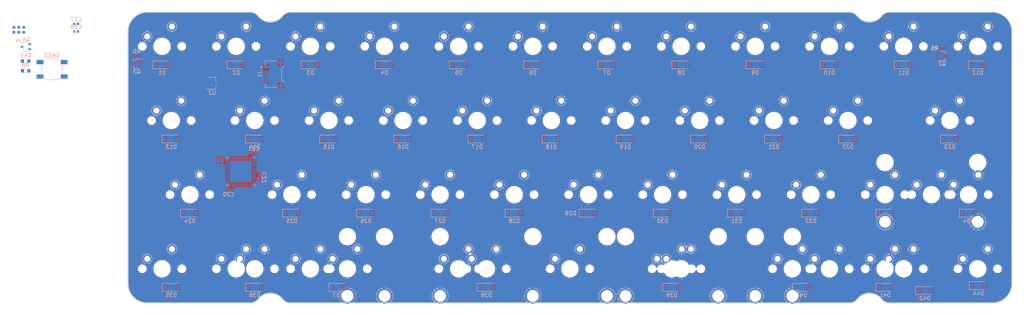
<source format=kicad_pcb>
(kicad_pcb (version 20221018) (generator pcbnew)
  (layers (0 "F.Cu" signal) (1 "In1.Cu" signal) (2 "In2.Cu" signal) (31 "B.Cu" signal) (34 "B.Paste" user) (35 "F.Paste" user) (36 "B.SilkS" user "B.Silkscreen") (37 "F.SilkS" user "F.Silkscreen") (38 "B.Mask" user) (39 "F.Mask" user) (44 "Edge.Cuts" user))
  (net 0 "")
  (net 1 "Net-(D45-K)")
  (net 2 "GND")
  (net 3 "Net-(D45-A)")
  (net 4 "/VFused_")
  (net 5 "+3.3V")
  (net 7 "/DN")
  (net 8 "/DP")
  (net 9 "/~{RST}")
  (net 10 "GP0")
  (net 11 "GP2")
  (net 12 "Net-(D2-A)")
  (net 13 "GP4")
  (net 14 "Net-(D3-A)")
  (net 15 "GP6")
  (net 16 "GP8")
  (net 18 "Net-(D4-A)")
  (net 21 "/RUN_")
  (net 34 "GP1")
  (net 35 "GP3")
  (net 36 "GP5")
  (net 38 "GP9")
  (net 41 "GP21")
  (net 43 "GP23")
  (net 44 "GP24")
  (net 45 "GP25")
  (net 46 "GP26")
  (net 47 "GP27")
  (net 48 "GP28")
  (net 50 "Net-(D5-A)")
  (net 51 "Net-(D6-A)")
  (net 52 "Net-(D7-A)")
  (net 53 "Net-(D8-A)")
  (net 54 "Net-(D9-A)")
  (net 55 "Net-(D10-A)")
  (net 56 "Net-(D11-A)")
  (net 57 "Net-(D13-A)")
  (net 58 "Net-(D14-A)")
  (net 59 "Net-(D15-A)")
  (net 60 "Net-(D16-A)")
  (net 61 "Net-(D17-A)")
  (net 62 "Net-(D18-A)")
  (net 63 "Net-(D19-A)")
  (net 64 "Net-(D20-A)")
  (net 65 "Net-(D21-A)")
  (net 66 "Net-(D22-A)")
  (net 67 "Net-(D23-A)")
  (net 68 "Net-(D24-A)")
  (net 69 "Net-(D25-A)")
  (net 70 "Net-(D26-A)")
  (net 71 "Net-(D27-A)")
  (net 72 "Net-(D28-A)")
  (net 73 "Net-(D29-A)")
  (net 74 "Net-(D30-A)")
  (net 75 "Net-(D31-A)")
  (net 76 "Net-(D32-A)")
  (net 77 "Net-(D33-A)")
  (net 78 "Net-(D34-A)")
  (net 79 "Net-(D35-A)")
  (net 80 "Net-(D36-A)")
  (net 81 "Net-(D37-A)")
  (net 82 "Net-(D38-A)")
  (net 83 "Net-(D39-A)")
  (net 84 "Net-(D40-A)")
  (net 85 "Net-(D41-A)")
  (net 86 "Net-(D42-A)")
  (net 92 "/SWCLK")
  (net 93 "/SWD")
  (net 98 "/Switch Matrix/SKY_MAT_1")
  (net 99 "/Switch Matrix/SKY_MAT_2")
  (net 100 "Net-(Q2-G)")
  (net 101 "Net-(Q3-G)")
  (net 103 "Net-(D44-A)")
  (footprint "marbastlib-mx:SW_MX_1u" (layer "F.Cu") (at 213.995 75.009375)
    (fp_text reference "SW32" hide)
    (fp_text value "MX_SW_solder" hide)
    (pad "" np_thru_hole circle (at -5.08 0) (size 1.75 1.75) (drill 1.75) (layers "*.Cu" "*.Mask"))
    (pad "" np_thru_hole circle (at 0 0) (size 3.9878 3.9878) (drill 3.9878) (layers "*.Cu" "*.Mask"))
    (pad "" np_thru_hole circle (at 5.08 0) (size 1.75 1.75) (drill 1.75) (layers "*.Cu" "*.Mask"))
    (pad "1" thru_hole circle (at -3.81 -2.54) (size 2.3 2.3) (drill 1.524) (layers "*.Cu" "B.Mask") (net 36 "GP5"))
    (pad "2" thru_hole circle (at 2.54 -5.08) (size 2.3 2.3) (drill 1.524) (layers "*.Cu" "B.Mask") (net 76 "Net-(D32-A)"))
  )
  (footprint "marbastlib-mx:SW_MX_1u" (layer "F.Cu") (at 94.9325 94.059375)
    (fp_text reference "SW39" hide)
    (fp_text value "MX_SW_solder" hide)
    (pad "" np_thru_hole circle (at -5.08 0) (size 1.75 1.75) (drill 1.75) (layers "*.Cu" "*.Mask"))
    (pad "" np_thru_hole circle (at 0 0) (size 3.9878 3.9878) (drill 3.9878) (layers "*.Cu" "*.Mask"))
    (pad "" np_thru_hole circle (at 5.08 0) (size 1.75 1.75) (drill 1.75) (layers "*.Cu" "*.Mask"))
    (pad "1" thru_hole circle (at -3.81 -2.54) (size 2.3 2.3) (drill 1.524) (layers "*.Cu" "B.Mask") (net 41 "GP21"))
    (pad "2" thru_hole circle (at 2.54 -5.08) (size 2.3 2.3) (drill 1.524) (layers "*.Cu" "B.Mask"))
  )
  (footprint "marbastlib-mx:STAB_MX_P_10u" (layer "F.Cu") (at 152.0825 94.059375 180)
    (fp_text reference "S2" hide)
    (fp_text value "MX_stab")
    (pad "" thru_hole circle (at -57.15 -6.985 180) (size 4 4) (drill 3.048) (layers "*.Cu" "B.Mask"))
    (pad "" np_thru_hole circle (at -57.15 8.255 180) (size 3.9878 3.9878) (drill 3.9878) (layers "*.Cu" "*.Mask"))
    (pad "" thru_hole circle (at 57.15 -6.985 180) (size 4 4) (drill 3.048) (layers "*.Cu" "B.Mask"))
    (pad "" np_thru_hole circle (at 57.15 8.255 180) (size 3.9878 3.9878) (drill 3.9878) (layers "*.Cu" "*.Mask"))
  )
  (footprint "marbastlib-mx:SW_MX_1u" (layer "F.Cu") (at 109.22 55.959375)
    (fp_text reference "SW16" hide)
    (fp_text value "MX_SW_solder" hide)
    (pad "" np_thru_hole circle (at -5.08 0) (size 1.75 1.75) (drill 1.75) (layers "*.Cu" "*.Mask"))
    (pad "" np_thru_hole circle (at 0 0) (size 3.9878 3.9878) (drill 3.9878) (layers "*.Cu" "*.Mask"))
    (pad "" np_thru_hole circle (at 5.08 0) (size 1.75 1.75) (drill 1.75) (layers "*.Cu" "*.Mask"))
    (pad "1" thru_hole circle (at -3.81 -2.54) (size 2.3 2.3) (drill 1.524) (layers "*.Cu" "B.Mask") (net 48 "GP28"))
    (pad "2" thru_hole circle (at 2.54 -5.08) (size 2.3 2.3) (drill 1.524) (layers "*.Cu" "B.Mask") (net 60 "Net-(D16-A)"))
  )
  (footprint "marbastlib-mx:SW_MX_1u" (layer "F.Cu") (at 180.6575 94.059375)
    (fp_text reference "SW46" hide)
    (fp_text value "MX_SW_solder" hide)
    (pad "" np_thru_hole circle (at -5.08 0) (size 1.75 1.75) (drill 1.75) (layers "*.Cu" "*.Mask"))
    (pad "" np_thru_hole circle (at 0 0) (size 3.9878 3.9878) (drill 3.9878) (layers "*.Cu" "*.Mask"))
    (pad "" np_thru_hole circle (at 5.08 0) (size 1.75 1.75) (drill 1.75) (layers "*.Cu" "*.Mask"))
    (pad "1" thru_hole circle (at -3.81 -2.54) (size 2.3 2.3) (drill 1.524) (layers "*.Cu" "B.Mask") (net 35 "GP3"))
    (pad "2" thru_hole circle (at 2.54 -5.08) (size 2.3 2.3) (drill 1.524) (layers "*.Cu" "B.Mask"))
  )
  (footprint "marbastlib-mx:SW_MX_1u" (layer "F.Cu") (at 237.8075 36.909375)
    (fp_text reference "SW11" hide)
    (fp_text value "MX_SW_solder" hide)
    (pad "" np_thru_hole circle (at -5.08 0) (size 1.75 1.75) (drill 1.75) (layers "*.Cu" "*.Mask"))
    (pad "" np_thru_hole circle (at 0 0) (size 3.9878 3.9878) (drill 3.9878) (layers "*.Cu" "*.Mask"))
    (pad "" np_thru_hole circle (at 5.08 0) (size 1.75 1.75) (drill 1.75) (layers "*.Cu" "*.Mask"))
    (pad "1" thru_hole circle (at -3.81 -2.54) (size 2.3 2.3) (drill 1.524) (layers "*.Cu" "B.Mask") (net 16 "GP8"))
    (pad "2" thru_hole circle (at 2.54 -5.08) (size 2.3 2.3) (drill 1.524) (layers "*.Cu" "B.Mask") (net 56 "Net-(D11-A)"))
  )
  (footprint "PCM_marbastlib-various:ROT_SKYLOONG_HS-Switch" (layer "F.Cu") (at 256.8575 36.909375)
    (fp_text reference "SW44" hide)
    (fp_text value "ROT_SKYLOONG_HS")
    (pad "" np_thru_hole circle (at 0 0 180) (size 3.9878 3.9878) (drill 3.9878) (layers "*.Cu" "*.Mask"))
    (pad "A" smd circle (at 3.5 4) (size 1.5 1.5) (layers "F.Cu" "F.Mask"))
    (pad "B" smd circle (at 3.5 1.5) (size 1.5 1.5) (layers "F.Cu" "F.Mask"))
    (pad "C" smd circle (at -3.5 1.5) (size 1.5 1.5) (layers "F.Cu" "F.Mask") (net 2 "GND"))
    (pad "S" smd circle (at -3.5 4) (size 1.5 1.5) (layers "F.Cu" "F.Mask") (net 100 "Net-(Q2-G)"))
  )
  (footprint "marbastlib-mx:SW_MX_1u" (layer "F.Cu") (at 180.6575 36.909375)
    (fp_text reference "SW8" hide)
    (fp_text value "MX_SW_solder" hide)
    (pad "" np_thru_hole circle (at -5.08 0) (size 1.75 1.75) (drill 1.75) (layers "*.Cu" "*.Mask"))
    (pad "" np_thru_hole circle (at 0 0) (size 3.9878 3.9878) (drill 3.9878) (layers "*.Cu" "*.Mask"))
    (pad "" np_thru_hole circle (at 5.08 0) (size 1.75 1.75) (drill 1.75) (layers "*.Cu" "*.Mask"))
    (pad "1" thru_hole circle (at -3.81 -2.54) (size 2.3 2.3) (drill 1.524) (layers "*.Cu" "B.Mask") (net 13 "GP4"))
    (pad "2" thru_hole circle (at 2.54 -5.08) (size 2.3 2.3) (drill 1.524) (layers "*.Cu" "B.Mask") (net 53 "Net-(D8-A)"))
  )
  (footprint "marbastlib-mx:SW_MX_1u" (layer "F.Cu") (at 223.52 55.959375)
    (fp_text reference "SW22" hide)
    (fp_text value "MX_SW_solder" hide)
    (pad "" np_thru_hole circle (at -5.08 0) (size 1.75 1.75) (drill 1.75) (layers "*.Cu" "*.Mask"))
    (pad "" np_thru_hole circle (at 0 0) (size 3.9878 3.9878) (drill 3.9878) (layers "*.Cu" "*.Mask"))
    (pad "" np_thru_hole circle (at 5.08 0) (size 1.75 1.75) (drill 1.75) (layers "*.Cu" "*.Mask"))
    (pad "1" thru_hole circle (at -3.81 -2.54) (size 2.3 2.3) (drill 1.524) (layers "*.Cu" "B.Mask") (net 15 "GP6"))
    (pad "2" thru_hole circle (at 2.54 -5.08) (size 2.3 2.3) (drill 1.524) (layers "*.Cu" "B.Mask") (net 66 "Net-(D22-A)"))
  )
  (footprint "marbastlib-mx:SW_MX_1u" (layer "F.Cu") (at 137.795 75.009375)
    (fp_text reference "SW28" hide)
    (fp_text value "MX_SW_solder" hide)
    (pad "" np_thru_hole circle (at -5.08 0) (size 1.75 1.75) (drill 1.75) (layers "*.Cu" "*.Mask"))
    (pad "" np_thru_hole circle (at 0 0) (size 3.9878 3.9878) (drill 3.9878) (layers "*.Cu" "*.Mask"))
    (pad "" np_thru_hole circle (at 5.08 0) (size 1.75 1.75) (drill 1.75) (layers "*.Cu" "*.Mask"))
    (pad "1" thru_hole circle (at -3.81 -2.54) (size 2.3 2.3) (drill 1.524) (layers "*.Cu" "B.Mask") (net 43 "GP23"))
    (pad "2" thru_hole circle (at 2.54 -5.08) (size 2.3 2.3) (drill 1.524) (layers "*.Cu" "B.Mask") (net 72 "Net-(D28-A)"))
  )
  (footprint "marbastlib-mx:SW_MX_1.5u" (layer "F.Cu") (at 233.045 94.059375)
    (fp_text reference "SW49" hide)
    (fp_text value "MX_SW_solder" hide)
    (pad "" np_thru_hole circle (at -5.08 0) (size 1.75 1.75) (drill 1.75) (layers "*.Cu" "*.Mask"))
    (pad "" np_thru_hole circle (at 0 0) (size 3.9878 3.9878) (drill 3.9878) (layers "*.Cu" "*.Mask"))
    (pad "" np_thru_hole circle (at 5.08 0) (size 1.75 1.75) (drill 1.75) (layers "*.Cu" "*.Mask"))
    (pad "1" thru_hole circle (at -3.81 -2.54) (size 2.3 2.3) (drill 1.524) (layers "*.Cu" "B.Mask") (net 36 "GP5"))
    (pad "2" thru_hole circle (at 2.54 -5.08) (size 2.3 2.3) (drill 1.524) (layers "*.Cu" "B.Mask"))
  )
  (footprint "marbastlib-mx:SW_MX_1u" (layer "F.Cu") (at 237.8075 94.059375)
    (fp_text reference "SW48" hide)
    (fp_text value "MX_SW_solder" hide)
    (pad "" np_thru_hole circle (at -5.08 0) (size 1.75 1.75) (drill 1.75) (layers "*.Cu" "*.Mask"))
    (pad "" np_thru_hole circle (at 0 0) (size 3.9878 3.9878) (drill 3.9878) (layers "*.Cu" "*.Mask"))
    (pad "" np_thru_hole circle (at 5.08 0) (size 1.75 1.75) (drill 1.75) (layers "*.Cu" "*.Mask"))
    (pad "1" thru_hole circle (at -3.81 -2.54) (size 2.3 2.3) (drill 1.524) (layers "*.Cu" "B.Mask") (net 13 "GP4"))
    (pad "2" thru_hole circle (at 2.54 -5.08) (size 2.3 2.3) (drill 1.524) (layers "*.Cu" "B.Mask"))
  )
  (footprint "marbastlib-mx:STAB_MX_P_7u" (layer "F.Cu") (at 152.0825 94.059375 180)
    (fp_text reference "S1" hide)
    (fp_text value "MX_stab")
    (pad "" thru_hole circle (at -57.15 -6.985 180) (size 4 4) (drill 3.048) (layers "*.Cu" "B.Mask"))
    (pad "" np_thru_hole circle (at -57.15 8.255 180) (size 3.9878 3.9878) (drill 3.9878) (layers "*.Cu" "*.Mask"))
    (pad "" thru_hole circle (at 57.15 -6.985 180) (size 4 4) (drill 3.048) (layers "*.Cu" "B.Mask"))
    (pad "" np_thru_hole circle (at 57.15 8.255 180) (size 3.9878 3.9878) (drill 3.9878) (layers "*.Cu" "*.Mask"))
  )
  (footprint "marbastlib-mx:SW_MX_1u" (layer "F.Cu") (at 178.27625 94.059375)
    (fp_text reference "SW45" hide)
    (fp_text value "MX_SW_solder" hide)
    (pad "" np_thru_hole circle (at -5.08 0) (size 1.75 1.75) (drill 1.75) (layers "*.Cu" "*.Mask"))
    (pad "" np_thru_hole circle (at 0 0) (size 3.9878 3.9878) (drill 3.9878) (layers "*.Cu" "*.Mask"))
    (pad "" np_thru_hole circle (at 5.08 0) (size 1.75 1.75) (drill 1.75) (layers "*.Cu" "*.Mask"))
    (pad "1" thru_hole circle (at -3.81 -2.54) (size 2.3 2.3) (drill 1.524) (layers "*.Cu" "B.Mask") (net 35 "GP3"))
    (pad "2" thru_hole circle (at 2.54 -5.08) (size 2.3 2.3) (drill 1.524) (layers "*.Cu" "B.Mask") (net 85 "Net-(D41-A)"))
  )
  (footprint "marbastlib-mx:SW_MX_1u" (layer "F.Cu") (at 218.7575 36.909375)
    (fp_text reference "SW10" hide)
    (fp_text value "MX_SW_solder" hide)
    (pad "" np_thru_hole circle (at -5.08 0) (size 1.75 1.75) (drill 1.75) (layers "*.Cu" "*.Mask"))
    (pad "" np_thru_hole circle (at 0 0) (size 3.9878 3.9878) (drill 3.9878) (layers "*.Cu" "*.Mask"))
    (pad "" np_thru_hole circle (at 5.08 0) (size 1.75 1.75) (drill 1.75) (layers "*.Cu" "*.Mask"))
    (pad "1" thru_hole circle (at -3.81 -2.54) (size 2.3 2.3) (drill 1.524) (layers "*.Cu" "B.Mask") (net 15 "GP6"))
    (pad "2" thru_hole circle (at 2.54 -5.08) (size 2.3 2.3) (drill 1.524) (layers "*.Cu" "B.Mask") (net 55 "Net-(D10-A)"))
  )
  (footprint "marbastlib-mx:STAB_MX_P_3u" (layer "F.Cu") (at 180.6575 94.059375 180)
    (fp_text reference "S3" hide)
    (fp_text value "MX_stab")
    (pad "" thru_hole circle (at -19.05 -6.985 180) (size 4 4) (drill 3.048) (layers "*.Cu" "B.Mask"))
    (pad "" np_thru_hole circle (at -19.05 8.255 180) (size 3.9878 3.9878) (drill 3.9878) (layers "*.Cu" "*.Mask"))
    (pad "" thru_hole circle (at 19.05 -6.985 180) (size 4 4) (drill 3.048) (layers "*.Cu" "B.Mask"))
    (pad "" np_thru_hole circle (at 19.05 8.255 180) (size 3.9878 3.9878) (drill 3.9878) (layers "*.Cu" "*.Mask"))
  )
  (footprint "marbastlib-mx:SW_MX_1.25u" (layer "F.Cu") (at 254.47625 75.009375)
    (fp_text reference "SW34" hide)
    (fp_text value "MX_SW_solder" hide)
    (pad "" np_thru_hole circle (at -5.08 0) (size 1.75 1.75) (drill 1.75) (layers "*.Cu" "*.Mask"))
    (pad "" np_thru_hole circle (at 0 0) (size 3.9878 3.9878) (drill 3.9878) (layers "*.Cu" "*.Mask"))
    (pad "" np_thru_hole circle (at 5.08 0) (size 1.75 1.75) (drill 1.75) (layers "*.Cu" "*.Mask"))
    (pad "1" thru_hole circle (at -3.81 -2.54) (size 2.3 2.3) (drill 1.524) (layers "*.Cu" "B.Mask") (net 16 "GP8"))
    (pad "2" thru_hole circle (at 2.54 -5.08) (size 2.3 2.3) (drill 1.524) (layers "*.Cu" "B.Mask") (net 78 "Net-(D34-A)"))
  )
  (footprint "marbastlib-mx:SW_MX_1u" (layer "F.Cu") (at 156.845 75.009375)
    (fp_text reference "SW29" hide)
    (fp_text value "MX_SW_solder" hide)
    (pad "" np_thru_hole circle (at -5.08 0) (size 1.75 1.75) (drill 1.75) (layers "*.Cu" "*.Mask"))
    (pad "" np_thru_hole circle (at 0 0) (size 3.9878 3.9878) (drill 3.9878) (layers "*.Cu" "*.Mask"))
    (pad "" np_thru_hole circle (at 5.08 0) (size 1.75 1.75) (drill 1.75) (layers "*.Cu" "*.Mask"))
    (pad "1" thru_hole circle (at -3.81 -2.54) (size 2.3 2.3) (drill 1.524) (layers "*.Cu" "B.Mask") (net 11 "GP2"))
    (pad "2" thru_hole circle (at 2.54 -5.08) (size 2.3 2.3) (drill 1.524) (layers "*.Cu" "B.Mask") (net 73 "Net-(D29-A)"))
  )
  (footprint "marbastlib-mx:SW_MX_1u" (layer "F.Cu") (at 166.37 55.959375)
    (fp_text reference "SW19" hide)
    (fp_text value "MX_SW_solder" hide)
    (pad "" np_thru_hole circle (at -5.08 0) (size 1.75 1.75) (drill 1.75) (layers "*.Cu" "*.Mask"))
    (pad "" np_thru_hole circle (at 0 0) (size 3.9878 3.9878) (drill 3.9878) (layers "*.Cu" "*.Mask"))
    (pad "" np_thru_hole circle (at 5.08 0) (size 1.75 1.75) (drill 1.75) (layers "*.Cu" "*.Mask"))
    (pad "1" thru_hole circle (at -3.81 -2.54) (size 2.3 2.3) (drill 1.524) (layers "*.Cu" "B.Mask") (net 35 "GP3"))
    (pad "2" thru_hole circle (at 2.54 -5.08) (size 2.3 2.3) (drill 1.524) (layers "*.Cu" "B.Mask") (net 63 "Net-(D19-A)"))
  )
  (footprint "marbastlib-mx:SW_MX_1u" (layer "F.Cu") (at 104.4575 36.909375)
    (fp_text reference "SW4" hide)
    (fp_text value "MX_SW_solder" hide)
    (pad "" np_thru_hole circle (at -5.08 0) (size 1.75 1.75) (drill 1.75) (layers "*.Cu" "*.Mask"))
    (pad "" np_thru_hole circle (at 0 0) (size 3.9878 3.9878) (drill 3.9878) (layers "*.Cu" "*.Mask"))
    (pad "" np_thru_hole circle (at 5.08 0) (size 1.75 1.75) (drill 1.75) (layers "*.Cu" "*.Mask"))
    (pad "1" thru_hole circle (at -3.81 -2.54) (size 2.3 2.3) (drill 1.524) (layers "*.Cu" "B.Mask") (net 48 "GP28"))
    (pad "2" thru_hole circle (at 2.54 -5.08) (size 2.3 2.3) (drill 1.524) (layers "*.Cu" "B.Mask") (net 18 "Net-(D4-A)"))
  )
  (footprint "marbastlib-mx:SW_MX_1u" (layer "F.Cu") (at 209.2325 94.059375)
    (fp_text reference "SW47" hide)
    (fp_text value "MX_SW_solder" hide)
    (pad "" np_thru_hole circle (at -5.08 0) (size 1.75 1.75) (drill 1.75) (layers "*.Cu" "*.Mask"))
    (pad "" np_thru_hole circle (at 0 0) (size 3.9878 3.9878) (drill 3.9878) (layers "*.Cu" "*.Mask"))
    (pad "" np_thru_hole circle (at 5.08 0) (size 1.75 1.75) (drill 1.75) (layers "*.Cu" "*.Mask"))
    (pad "1" thru_hole circle (at -3.81 -2.54) (size 2.3 2.3) (drill 1.524) (layers "*.Cu" "B.Mask") (net 13 "GP4"))
    (pad "2" thru_hole circle (at 2.54 -5.08) (size 2.3 2.3) (drill 1.524) (layers "*.Cu" "B.Mask") (net 83 "Net-(D39-A)"))
  )
  (footprint "marbastlib-mx:SW_MX_1u" (layer "F.Cu") (at 199.7075 36.909375)
    (fp_text reference "SW9" hide)
    (fp_text value "MX_SW_solder" hide)
    (pad "" np_thru_hole circle (at -5.08 0) (size 1.75 1.75) (drill 1.75) (layers "*.Cu" "*.Mask"))
    (pad "" np_thru_hole circle (at 0 0) (size 3.9878 3.9878) (drill 3.9878) (layers "*.Cu" "*.Mask"))
    (pad "" np_thru_hole circle (at 5.08 0) (size 1.75 1.75) (drill 1.75) (layers "*.Cu" "*.Mask"))
    (pad "1" thru_hole circle (at -3.81 -2.54) (size 2.3 2.3) (drill 1.524) (layers "*.Cu" "B.Mask") (net 36 "GP5"))
    (pad "2" thru_hole circle (at 2.54 -5.08) (size 2.3 2.3) (drill 1.524) (layers "*.Cu" "B.Mask") (net 54 "Net-(D9-A)"))
  )
  (footprint "marbastlib-mx:STAB_MX_P_2.25u" (layer "F.Cu") (at 178.27625 94.059375 180)
    (fp_text reference "S4" hide)
    (fp_text value "MX_stab")
    (pad "" thru_hole circle (at -11.90625 -6.985 180) (size 4 4) (drill 3.048) (layers "*.Cu" "B.Mask"))
    (pad "" np_thru_hole circle (at -11.90625 8.255 180) (size 3.9878 3.9878) (drill 3.9878) (layers "*.Cu" "*.Mask"))
    (pad "" thru_hole circle (at 11.90625 -6.985 180) (size 4 4) (drill 3.048) (layers "*.Cu" "B.Mask"))
    (pad "" np_thru_hole circle (at 11.90625 8.255 180) (size 3.9878 3.9878) (drill 3.9878) (layers "*.Cu" "*.Mask"))
  )
  (footprint "marbastlib-mx:SW_MX_1u" (layer "F.Cu") (at 47.3075 36.909375)
    (fp_text reference "SW1" hide)
    (fp_text value "MX_SW_solder" hide)
    (pad "" np_thru_hole circle (at -5.08 0) (size 1.75 1.75) (drill 1.75) (layers "*.Cu" "*.Mask"))
    (pad "" np_thru_hole circle (at 0 0) (size 3.9878 3.9878) (drill 3.9878) (layers "*.Cu" "*.Mask"))
    (pad "" np_thru_hole circle (at 5.08 0) (size 1.75 1.75) (drill 1.75) (layers "*.Cu" "*.Mask"))
    (pad "1" thru_hole circle (at -3.81 -2.54) (size 2.3 2.3) (drill 1.524) (layers "*.Cu" "B.Mask") (net 34 "GP1"))
    (pad "2" thru_hole circle (at 2.54 -5.08) (size 2.3 2.3) (drill 1.524) (layers "*.Cu" "B.Mask") (net 98 "/Switch Matrix/SKY_MAT_1"))
  )
  (footprint "marbastlib-mx:SW_MX_1u" (layer "F.Cu") (at 66.3575 94.059375)
    (fp_text reference "SW36" hide)
    (fp_text value "MX_SW_solder" hide)
    (pad "" np_thru_hole circle (at -5.08 0) (size 1.75 1.75) (drill 1.75) (layers "*.Cu" "*.Mask"))
    (pad "" np_thru_hole circle (at 0 0) (size 3.9878 3.9878) (drill 3.9878) (layers "*.Cu" "*.Mask"))
    (pad "" np_thru_hole circle (at 5.08 0) (size 1.75 1.75) (drill 1.75) (layers "*.Cu" "*.Mask"))
    (pad "1" thru_hole circle (at -3.81 -2.54) (size 2.3 2.3) (drill 1.524) (layers "*.Cu" "B.Mask") (net 10 "GP0"))
    (pad "2" thru_hole circle (at 2.54 -5.08) (size 2.3 2.3) (drill 1.524) (layers "*.Cu" "B.Mask") (net 80 "Net-(D36-A)"))
  )
  (footprint "marbastlib-mx:SW_MX_1u" (layer "F.Cu") (at 233.045 75.009375)
    (fp_text reference "SW33" hide)
    (fp_text value "MX_SW_solder" hide)
    (pad "" np_thru_hole circle (at -5.08 0) (size 1.75 1.75) (drill 1.75) (layers "*.Cu" "*.Mask"))
    (pad "" np_thru_hole circle (at 0 0) (size 3.9878 3.9878) (drill 3.9878) (layers "*.Cu" "*.Mask"))
    (pad "" np_thru_hole circle (at 5.08 0) (size 1.75 1.75) (drill 1.75) (layers "*.Cu" "*.Mask"))
    (pad "1" thru_hole circle (at -3.81 -2.54) (size 2.3 2.3) (drill 1.524) (layers "*.Cu" "B.Mask") (net 15 "GP6"))
    (pad "2" thru_hole circle (at 2.54 -5.08) (size 2.3 2.3) (drill 1.524) (layers "*.Cu" "B.Mask") (net 77 "Net-(D33-A)"))
  )
  (footprint "marbastlib-mx:SW_MX_1u" (layer "F.Cu") (at 244.95125 75.009375)
    (fp_text reference "SW52" hide)
    (fp_text value "MX_SW_solder" hide)
    (pad "" np_thru_hole circle (at -5.08 0) (size 1.75 1.75) (drill 1.75) (layers "*.Cu" "*.Mask"))
    (pad "" np_thru_hole circle (at 0 0) (size 3.9878 3.9878) (drill 3.9878) (layers "*.Cu" "*.Mask"))
    (pad "" np_thru_hole circle (at 5.08 0) (size 1.75 1.75) (drill 1.75) (layers "*.Cu" "*.Mask"))
    (pad "1" thru_hole circle (at -3.81 -2.54) (size 2.3 2.3) (drill 1.524) (layers "*.Cu" "B.Mask") (net 16 "GP8"))
    (pad "2" thru_hole circle (at 2.54 -5.08) (size 2.3 2.3) (drill 1.524) (layers "*.Cu" "B.Mask") (net 78 "Net-(D34-A)"))
  )
  (footprint "marbastlib-mx:SW_MX_1u" (layer "F.Cu") (at 85.4075 36.909375)
    (fp_text reference "SW3" hide)
    (fp_text value "MX_SW_solder" hide)
    (pad "" np_thru_hole circle (at -5.08 0) (size 1.75 1.75) (drill 1.75) (layers "*.Cu" "*.Mask"))
    (pad "" np_thru_hole circle (at 0 0) (size 3.9878 3.9878) (drill 3.9878) (layers "*.Cu" "*.Mask"))
    (pad "" np_thru_hole circle (at 5.08 0) (size 1.75 1.75) (drill 1.75) (layers "*.Cu" "*.Mask"))
    (pad "1" thru_hole circle (at -3.81 -2.54) (size 2.3 2.3) (drill 1.524) (layers "*.Cu" "B.Mask") (net 41 "GP21"))
    (pad "2" thru_hole circle (at 2.54 -5.08) (size 2.3 2.3) (drill 1.524) (layers "*.Cu" "B.Mask") (net 14 "Net-(D3-A)"))
  )
  (footprint "marbastlib-mx:STAB_MX_P_2.75u" (layer "F.Cu") (at 130.65125 94.059375 180)
    (fp_text reference "S41" hide)
    (fp_text value "MX_stab")
    (pad "" thru_hole circle (at -11.90625 -6.985 180) (size 4 4) (drill 3.048) (layers "*.Cu" "B.Mask"))
    (pad "" np_thru_hole circle (at -11.90625 8.255 180) (size 3.9878 3.9878) (drill 3.9878) (layers "*.Cu" "*.Mask"))
    (pad "" thru_hole circle (at 11.90625 -6.985 180) (size 4 4) (drill 3.048) (layers "*.Cu" "B.Mask"))
    (pad "" np_thru_hole circle (at 11.90625 8.255 180) (size 3.9878 3.9878) (drill 3.9878) (layers "*.Cu" "*.Mask"))
  )
  (footprint "marbastlib-mx:STAB_MX_P_3u" (layer "F.Cu") (at 123.5075 94.059375 180)
    (fp_text reference "S40" hide)
    (fp_text value "MX_stab")
    (pad "" thru_hole circle (at -19.05 -6.985 180) (size 4 4) (drill 3.048) (layers "*.Cu" "B.Mask"))
    (pad "" np_thru_hole circle (at -19.05 8.255 180) (size 3.9878 3.9878) (drill 3.9878) (layers "*.Cu" "*.Mask"))
    (pad "" thru_hole circle (at 19.05 -6.985 180) (size 4 4) (drill 3.048) (layers "*.Cu" "B.Mask"))
    (pad "" np_thru_hole circle (at 19.05 8.255 180) (size 3.9878 3.9878) (drill 3.9878) (layers "*.Cu" "*.Mask"))
  )
  (footprint "marbastlib-mx:SW_MX_1u" (layer "F.Cu") (at 118.745 75.009375)
    (fp_text reference "SW27" hide)
    (fp_text value "MX_SW_solder" hide)
    (pad "" np_thru_hole circle (at -5.08 0) (size 1.75 1.75) (drill 1.75) (layers "*.Cu" "*.Mask"))
    (pad "" np_thru_hole circle (at 0 0) (size 3.9878 3.9878) (drill 3.9878) (layers "*.Cu" "*.Mask"))
    (pad "" np_thru_hole circle (at 5.08 0) (size 1.75 1.75) (drill 1.75) (layers "*.Cu" "*.Mask"))
    (pad "1" thru_hole circle (at -3.81 -2.54) (size 2.3 2.3) (drill 1.524) (layers "*.Cu" "B.Mask") (net 48 "GP28"))
    (pad "2" thru_hole circle (at 2.54 -5.08) (size 2.3 2.3) (drill 1.524) (layers "*.Cu" "B.Mask") (net 71 "Net-(D27-A)"))
  )
  (footprint "marbastlib-mx:SW_MX_1u" (layer "F.Cu") (at 256.8575 36.909375)
    (fp_text reference "SW12" hide)
    (fp_text value "MX_SW_solder" hide)
    (pad "" np_thru_hole circle (at -5.08 0) (size 1.75 1.75) (drill 1.75) (layers "*.Cu" "*.Mask"))
    (pad "" np_thru_hole circle (at 0 0) (size 3.9878 3.9878) (drill 3.9878) (layers "*.Cu" "*.Mask"))
    (pad "" np_thru_hole circle (at 5.08 0) (size 1.75 1.75) (drill 1.75) (layers "*.Cu" "*.Mask"))
    (pad "1" thru_hole circle (at -3.81 -2.54) (size 2.3 2.3) (drill 1.524) (layers "*.Cu" "B.Mask") (net 38 "GP9"))
    (pad "2" thru_hole circle (at 2.54 -5.08) (size 2.3 2.3) (drill 1.524) (layers "*.Cu" "B.Mask") (net 99 "/Switch Matrix/SKY_MAT_2"))
  )
  (footprint "marbastlib-mx:SW_MX_1u" (layer "F.Cu") (at 218.7575 94.059375)
    (fp_text reference "SW50" hide)
    (fp_text value "MX_SW_solder" hide)
    (pad "" np_thru_hole circle (at -5.08 0) (size 1.75 1.75) (drill 1.75) (layers "*.Cu" "*.Mask"))
    (pad "" np_thru_hole circle (at 0 0) (size 3.9878 3.9878) (drill 3.9878) (layers "*.Cu" "*.Mask"))
    (pad "" np_thru_hole circle (at 5.08 0) (size 1.75 1.75) (drill 1.75) (layers "*.Cu" "*.Mask"))
    (pad "1" thru_hole circle (at -3.81 -2.54) (size 2.3 2.3) (drill 1.524) (layers "*.Cu" "B.Mask") (net 36 "GP5"))
    (pad "2" thru_hole circle (at 2.54 -5.08) (size 2.3 2.3) (drill 1.524) (layers "*.Cu" "B.Mask") (net 86 "Net-(D42-A)"))
  )
  (footprint "marbastlib-mx:SW_MX_1u" (layer "F.Cu") (at 47.3075 94.059375)
    (fp_text reference "SW35" hide)
    (fp_text value "MX_SW_solder" hide)
    (pad "" np_thru_hole circle (at -5.08 0) (size 1.75 1.75) (drill 1.75) (layers "*.Cu" "*.Mask"))
    (pad "" np_thru_hole circle (at 0 0) (size 3.9878 3.9878) (drill 3.9878) (layers "*.Cu" "*.Mask"))
    (pad "" np_thru_hole circle (at 5.08 0) (size 1.75 1.75) (drill 1.75) (layers "*.Cu" "*.Mask"))
    (pad "1" thru_hole circle (at -3.81 -2.54) (size 2.3 2.3) (drill 1.524) (layers "*.Cu" "B.Mask") (net 34 "GP1"))
    (pad "2" thru_hole circle (at 2.54 -5.08) (size 2.3 2.3) (drill 1.524) (layers "*.Cu" "B.Mask") (net 79 "Net-(D35-A)"))
  )
  (footprint "marbastlib-mx:SW_MX_1.25u" (layer "F.Cu") (at 49.68875 55.959375)
    (fp_text reference "SW13" hide)
    (fp_text value "MX_SW_solder" hide)
    (pad "" np_thru_hole circle (at -5.08 0) (size 1.75 1.75) (drill 1.75) (layers "*.Cu" "*.Mask"))
    (pad "" np_thru_hole circle (at 0 0) (size 3.9878 3.9878) (drill 3.9878) (layers "*.Cu" "*.Mask"))
    (pad "" np_thru_hole circle (at 5.08 0) (size 1.75 1.75) (drill 1.75) (layers "*.Cu" "*.Mask"))
    (pad "1" thru_hole circle (at -3.81 -2.54) (size 2.3 2.3) (drill 1.524) (layers "*.Cu" "B.Mask") (net 34 "GP1"))
    (pad "2" thru_hole circle (at 2.54 -5.08) (size 2.3 2.3) (drill 1.524) (layers "*.Cu" "B.Mask") (net 57 "Net-(D13-A)"))
  )
  (footprint "marbastlib-mx:SW_MX_1u" (layer "F.Cu") (at 85.4075 94.059375)
    (fp_text reference "SW38" hide)
    (fp_text value "MX_SW_solder" hide)
    (pad "" np_thru_hole circle (at -5.08 0) (size 1.75 1.75) (drill 1.75) (layers "*.Cu" "*.Mask"))
    (pad "" np_thru_hole circle (at 0 0) (size 3.9878 3.9878) (drill 3.9878) (layers "*.Cu" "*.Mask"))
    (pad "" np_thru_hole circle (at 5.08 0) (size 1.75 1.75) (drill 1.75) (layers "*.Cu" "*.Mask"))
    (pad "1" thru_hole circle (at -3.81 -2.54) (size 2.3 2.3) (drill 1.524) (layers "*.Cu" "B.Mask") (net 41 "GP21"))
    (pad "2" thru_hole circle (at 2.54 -5.08) (size 2.3 2.3) (drill 1.524) (layers "*.Cu" "B.Mask") (net 81 "Net-(D37-A)"))
  )
  (footprint "marbastlib-mx:SW_MX_1u" (layer "F.Cu") (at 194.945 75.009375)
    (fp_text reference "SW31" hide)
    (fp_text value "MX_SW_solder" hide)
    (pad "" np_thru_hole circle (at -5.08 0) (size 1.75 1.75) (drill 1.75) (layers "*.Cu" "*.Mask"))
    (pad "" np_thru_hole circle (at 0 0) (size 3.9878 3.9878) (drill 3.9878) (layers "*.Cu" "*.Mask"))
    (pad "" np_thru_hole circle (at 5.08 0) (size 1.75 1.75) (drill 1.75) (layers "*.Cu" "*.Mask"))
    (pad "1" thru_hole circle (at -3.81 -2.54) (size 2.3 2.3) (drill 1.524) (layers "*.Cu" "B.Mask") (net 13 "GP4"))
    (pad "2" thru_hole circle (at 2.54 -5.08) (size 2.3 2.3) (drill 1.524) (layers "*.Cu" "B.Mask") (net 75 "Net-(D31-A)"))
  )
  (footprint "marbastlib-mx:SW_MX_1u" (layer "F.Cu") (at 256.8575 94.059375)
    (fp_text reference "SW51" hide)
    (fp_text value "MX_SW_solder" hide)
    (pad "" np_thru_hole circle (at -5.08 0) (size 1.75 1.75) (drill 1.75) (layers "*.Cu" "*.Mask"))
    (pad "" np_thru_hole circle (at 0 0) (size 3.9878 3.9878) (drill 3.9878) (layers "*.Cu" "*.Mask"))
    (pad "" np_thru_hole circle (at 5.08 0) (size 1.75 1.75) (drill 1.75) (layers "*.Cu" "*.Mask"))
    (pad "1" thru_hole circle (at -3.81 -2.54) (size 2.3 2.3) (drill 1.524) (layers "*.Cu" "B.Mask") (net 16 "GP8"))
    (pad "2" thru_hole circle (at 2.54 -5.08) (size 2.3 2.3) (drill 1.524) (layers "*.Cu" "B.Mask") (net 103 "Net-(D44-A)"))
  )
  (footprint "marbastlib-mx:SW_MX_1.75u" (layer "F.Cu") (at 249.71375 55.959375)
    (fp_text reference "SW23" hide)
    (fp_text value "MX_SW_solder" hide)
    (pad "" np_thru_hole circle (at -5.08 0) (size 1.75 1.75) (drill 1.75) (layers "*.Cu" "*.Mask"))
    (pad "" np_thru_hole circle (at 0 0) (size 3.9878 3.9878) (drill 3.9878) (layers "*.Cu" "*.Mask"))
    (pad "" np_thru_hole circle (at 5.08 0) (size 1.75 1.75) (drill 1.75) (layers "*.Cu" "*.Mask"))
    (pad "1" thru_hole circle (at -3.81 -2.54) (size 2.3 2.3) (drill 1.524) (layers "*.Cu" "B.Mask") (net 16 "GP8"))
    (pad "2" thru_hole circle (at 2.54 -5.08) (size 2.3 2.3) (drill 1.524) (layers "*.Cu" "B.Mask") (net 67 "Net-(D23-A)"))
  )
  (footprint "marbastlib-mx:SW_MX_1u" (layer "F.Cu") (at 128.27 55.959375)
    (fp_text reference "SW17" hide)
    (fp_text value "MX_SW_solder" hide)
    (pad "" np_thru_hole circle (at -5.08 0) (size 1.75 1.75) (drill 1.75) (layers "*.Cu" "*.Mask"))
    (pad "" np_thru_hole circle (at 0 0) (size 3.9878 3.9878) (drill 3.9878) (layers "*.Cu" "*.Mask"))
    (pad "" np_thru_hole circle (at 5.08 0) (size 1.75 1.75) (drill 1.75) (layers "*.Cu" "*.Mask"))
    (pad "1" thru_hole circle (at -3.81 -2.54) (size 2.3 2.3) (drill 1.524) (layers "*.Cu" "B.Mask") (net 43 "GP23"))
    (pad "2" thru_hole circle (at 2.54 -5.08) (size 2.3 2.3) (drill 1.524) (layers "*.Cu" "B.Mask") (net 61 "Net-(D17-A)"))
  )
  (footprint "marbastlib-mx:STAB_MX_P_2.25u" (layer "F.Cu") (at 244.95125 75.009375 180)
    (fp_text reference "S35" hide)
    (fp_text value "MX_stab")
    (pad "" thru_hole circle (at -11.90625 -6.985 180) (size 4 4) (drill 3.048) (layers "*.Cu" "B.Mask"))
    (pad "" np_thru_hole circle (at -11.90625 8.255 180) (size 3.9878 3.9878) (drill 3.9878) (layers "*.Cu" "*.Mask"))
    (pad "" thru_hole circle (at 11.90625 -6.985 180) (size 4 4) (drill 3.048) (layers "*.Cu" "B.Mask"))
    (pad "" np_thru_hole circle (at 11.90625 8.255 180) (size 3.9878 3.9878) (drill 3.9878) (layers "*.Cu" "*.Mask"))
  )
  (footprint "marbastlib-mx:SW_MX_1u" (layer "F.Cu") (at 80.645 75.009375)
    (fp_text reference "SW25" hide)
    (fp_text value "MX_SW_solder" hide)
    (pad "" np_thru_hole circle (at -5.08 0) (size 1.75 1.75) (drill 1.75) (layers "*.Cu" "*.Mask"))
    (pad "" np_thru_hole circle (at 0 0) (size 3.9878 3.9878) (drill 3.9878) (layers "*.Cu" "*.Mask"))
    (pad "" np_thru_hole circle (at 5.08 0) (size 1.75 1.75) (drill 1.75) (layers "*.Cu" "*.Mask"))
    (pad "1" thru_hole circle (at -3.81 -2.54) (size 2.3 2.3) (drill 1.524) (layers "*.Cu" "B.Mask") (net 10 "GP0"))
    (pad "2" thru_hole circle (at 2.54 -5.08) (size 2.3 2.3) (drill 1.524) (layers "*.Cu" "B.Mask") (net 69 "Net-(D25-A)"))
  )
  (footprint "marbastlib-mx:SW_MX_1u" (layer "F.Cu") (at 123.5075 36.909375)
    (fp_text reference "SW5" hide)
    (fp_text value "MX_SW_solder" hide)
    (pad "" np_thru_hole circle (at -5.08 0) (size 1.75 1.75) (drill 1.75) (layers "*.Cu" "*.Mask"))
    (pad "" np_thru_hole circle (at 0 0) (size 3.9878 3.9878) (drill 3.9878) (layers "*.Cu" "*.Mask"))
    (pad "" np_thru_hole circle (at 5.08 0) (size 1.75 1.75) (drill 1.75) (layers "*.Cu" "*.Mask"))
    (pad "1" thru_hole circle (at -3.81 -2.54) (size 2.3 2.3) (drill 1.524) (layers "*.Cu" "B.Mask") (net 43 "GP23"))
    (pad "2" thru_hole circle (at 2.54 -5.08) (size 2.3 2.3) (drill 1.524) (layers "*.Cu" "B.Mask") (net 50 "Net-(D5-A)"))
  )
  (footprint "PCM_marbastlib-various:ROT_SKYLOONG_HS-Switch" (layer "F.Cu") (at 47.3075 36.909375)
    (fp_text reference "SW43" hide)
    (fp_text value "ROT_SKYLOONG_HS")
    (pad "" np_thru_hole circle (at 0 0 180) (size 3.9878 3.9878) (drill 3.9878) (layers "*.Cu" "*.Mask"))
    (pad "A" smd circle (at 3.5 4) (size 1.5 1.5) (layers "F.Cu" "F.Mask"))
    (pad "B" smd circle (at 3.5 1.5) (size 1.5 1.5) (layers "F.Cu" "F.Mask"))
    (pad "C" smd circle (at -3.5 1.5) (size 1.5 1.5) (layers "F.Cu" "F.Mask") (net 2 "GND"))
    (pad "S" smd circle (at -3.5 4) (size 1.5 1.5) (layers "F.Cu" "F.Mask") (net 101 "Net-(Q3-G)"))
  )
  (footprint "marbastlib-mx:SW_MX_1u" (layer "F.Cu") (at 161.6075 36.909375)
    (fp_text reference "SW7" hide)
    (fp_text value "MX_SW_solder" hide)
    (pad "" np_thru_hole circle (at -5.08 0) (size 1.75 1.75) (drill 1.75) (layers "*.Cu" "*.Mask"))
    (pad "" np_thru_hole circle (at 0 0) (size 3.9878 3.9878) (drill 3.9878) (layers "*.Cu" "*.Mask"))
    (pad "" np_thru_hole circle (at 5.08 0) (size 1.75 1.75) (drill 1.75) (layers "*.Cu" "*.Mask"))
    (pad "1" thru_hole circle (at -3.81 -2.54) (size 2.3 2.3) (drill 1.524) (layers "*.Cu" "B.Mask") (net 35 "GP3"))
    (pad "2" thru_hole circle (at 2.54 -5.08) (size 2.3 2.3) (drill 1.524) (layers "*.Cu" "B.Mask") (net 52 "Net-(D7-A)"))
  )
  (footprint "marbastlib-mx:SW_MX_1u" (layer "F.Cu") (at 175.895 75.009375)
    (fp_text reference "SW30" hide)
    (fp_text value "MX_SW_solder" hide)
    (pad "" np_thru_hole circle (at -5.08 0) (size 1.75 1.75) (drill 1.75) (layers "*.Cu" "*.Mask"))
    (pad "" np_thru_hole circle (at 0 0) (size 3.9878 3.9878) (drill 3.9878) (layers "*.Cu" "*.Mask"))
    (pad "" np_thru_hole circle (at 5.08 0) (size 1.75 1.75) (drill 1.75) (layers "*.Cu" "*.Mask"))
    (pad "1" thru_hole circle (at -3.81 -2.54) (size 2.3 2.3) (drill 1.524) (layers "*.Cu" "B.Mask") (net 35 "GP3"))
    (pad "2" thru_hole circle (at 2.54 -5.08) (size 2.3 2.3) (drill 1.524) (layers "*.Cu" "B.Mask") (net 74 "Net-(D30-A)"))
  )
  (footprint "marbastlib-mx:SW_MX_1u" (layer "F.Cu") (at 66.3575 36.909375)
    (fp_text reference "SW2" hide)
    (fp_text value "MX_SW_solder" hide)
    (pad "" np_thru_hole circle (at -5.08 0) (size 1.75 1.75) (drill 1.75) (layers "*.Cu" "*.Mask"))
    (pad "" np_thru_hole circle (at 0 0) (size 3.9878 3.9878) (drill 3.9878) (layers "*.Cu" "*.Mask"))
    (pad "" np_thru_hole circle (at 5.08 0) (size 1.75 1.75) (drill 1.75) (layers "*.Cu" "*.Mask"))
    (pad "1" thru_hole circle (at -3.81 -2.54) (size 2.3 2.3) (drill 1.524) (layers "*.Cu" "B.Mask") (net 10 "GP0"))
    (pad "2" thru_hole circle (at 2.54 -5.08) (size 2.3 2.3) (drill 1.524) (layers "*.Cu" "B.Mask") (net 12 "Net-(D2-A)"))
  )
  (footprint "marbastlib-mx:SW_MX_1u" (layer "F.Cu") (at 152.0825 94.059375)
    (fp_text reference "SW42" hide)
    (fp_text value "MX_SW_solder" hide)
    (pad "" np_thru_hole circle (at -5.08 0) (size 1.75 1.75) (drill 1.75) (layers "*.Cu" "*.Mask"))
    (pad "" np_thru_hole circle (at 0 0) (size 3.9878 3.9878) (drill 3.9878) (layers "*.Cu" "*.Mask"))
    (pad "" np_thru_hole circle (at 5.08 0) (size 1.75 1.75) (drill 1.75) (layers "*.Cu" "*.Mask"))
    (pad "1" thru_hole circle (at -3.81 -2.54) (size 2.3 2.3) (drill 1.524) (layers "*.Cu" "B.Mask") (net 11 "GP2"))
    (pad "2" thru_hole circle (at 2.54 -5.08) (size 2.3 2.3) (drill 1.524) (layers "*.Cu" "B.Mask") (net 84 "Net-(D40-A)"))
  )
  (footprint "marbastlib-mx:SW_MX_1u" (layer "F.Cu") (at 90.17 55.959375)
    (fp_text reference "SW15" hide)
    (fp_text value "MX_SW_solder" hide)
    (pad "" np_thru_hole circle (at -5.08 0) (size 1.75 1.75) (drill 1.75) (layers "*.Cu" "*.Mask"))
    (pad "" np_thru_hole circle (at 0 0) (size 3.9878 3.9878) (drill 3.9878) (layers "*.Cu" "*.Mask"))
    (pad "" np_thru_hole circle (at 5.08 0) (size 1.75 1.75) (drill 1.75) (layers "*.Cu" "*.Mask"))
    (pad "1" thru_hole circle (at -3.81 -2.54) (size 2.3 2.3) (drill 1.524) (layers "*.Cu" "B.Mask") (net 41 "GP21"))
    (pad "2" thru_hole circle (at 2.54 -5.08) (size 2.3 2.3) (drill 1.524) (layers "*.Cu" "B.Mask") (net 59 "Net-(D15-A)"))
  )
  (footprint "marbastlib-mx:SW_MX_1.75u" (layer "F.Cu") (at 54.45125 75.009375)
    (fp_text reference "SW24" hide)
    (fp_text value "MX_SW_solder" hide)
    (pad "" np_thru_hole circle (at -5.08 0) (size 1.75 1.75) (drill 1.75) (layers "*.Cu" "*.Mask"))
    (pad "" np_thru_hole circle (at 0 0) (size 3.9878 3.9878) (drill 3.9878) (layers "*.Cu" "*.Mask"))
    (pad "" np_thru_hole circle (at 5.08 0) (size 1.75 1.75) (drill 1.75) (layers "*.Cu" "*.Mask"))
    (pad "1" thru_hole circle (at -3.81 -2.54) (size 2.3 2.3) (drill 1.524) (layers "*.Cu" "B.Mask") (net 34 "GP1"))
    (pad "2" thru_hole circle (at 2.54 -5.08) (size 2.3 2.3) (drill 1.524) (layers "*.Cu" "B.Mask") (net 68 "Net-(D24-A)"))
  )
  (footprint "marbastlib-mx:SW_MX_1u" (layer "F.Cu") (at 147.32 55.959375)
    (fp_text reference "SW18" hide)
    (fp_text value "MX_SW_solder" hide)
    (pad "" np_thru_hole circle (at -5.08 0) (size 1.75 1.75) (drill 1.75) (layers "*.Cu" "*.Mask"))
    (pad "" np_thru_hole circle (at 0 0) (size 3.9878 3.9878) (drill 3.9878) (layers "*.Cu" "*.Mask"))
    (pad "" np_thru_hole circle (at 5.08 0) (size 1.75 1.75) (drill 1.75) (layers "*.Cu" "*.Mask"))
    (pad "1" thru_hole circle (at -3.81 -2.54) (size 2.3 2.3) (drill 1.524) (layers "*.Cu" "B.Mask") (net 11 "GP2"))
    (pad "2" thru_hole circle (at 2.54 -5.08) (size 2.3 2.3) (drill 1.524) (layers "*.Cu" "B.Mask") (net 62 "Net-(D18-A)"))
  )
  (footprint "marbastlib-mx:SW_MX_1u" (layer "F.Cu") (at 204.47 55.959375)
    (fp_text reference "SW21" hide)
    (fp_text value "MX_SW_solder" hide)
    (pad "" np_thru_hole circle (at -5.08 0) (size 1.75 1.75) (drill 1.75) (layers "*.Cu" "*.Mask"))
    (pad "" np_thru_hole circle (at 0 0) (size 3.9878 3.9878) (drill 3.9878) (layers "*.Cu" "*.Mask"))
    (pad "" np_thru_hole circle (at 5.08 0) (size 1.75 1.75) (drill 1.75) (layers "*.Cu" "*.Mask"))
    (pad "1" thru_hole circle (at -3.81 -2.54) (size 2.3 2.3) (drill 1.524) (layers "*.Cu" "B.Mask") (net 36 "GP5"))
    (pad "2" thru_hole circle (at 2.54 -5.08) (size 2.3 2.3) (drill 1.524) (layers "*.Cu" "B.Mask") (net 65 "Net-(D21-A)"))
  )
  (footprint "marbastlib-mx:SW_MX_1u" (layer "F.Cu") (at 123.5075 94.059375)
    (fp_text reference "SW40" hide)
    (fp_text value "MX_SW_solder" hide)
    (pad "" np_thru_hole circle (at -5.08 0) (size 1.75 1.75) (drill 1.75) (layers "*.Cu" "*.Mask"))
    (pad "" np_thru_hole circle (at 0 0) (size 3.9878 3.9878) (drill 3.9878) (layers "*.Cu" "*.Mask"))
    (pad "" np_thru_hole circle (at 5.08 0) (size 1.75 1.75) (drill 1.75) (layers "*.Cu" "*.Mask"))
    (pad "1" thru_hole circle (at -3.81 -2.54) (size 2.3 2.3) (drill 1.524) (layers "*.Cu" "B.Mask") (net 48 "GP28"))
    (pad "2" thru_hole circle (at 2.54 -5.08) (size 2.3 2.3) (drill 1.524) (layers "*.Cu" "B.Mask") (net 82 "Net-(D38-A)"))
  )
  (footprint "marbastlib-mx:SW_MX_1u" (layer "F.Cu") (at 99.695 75.009375)
    (fp_text reference "SW26" hide)
    (fp_text value "MX_SW_solder" hide)
    (pad "" np_thru_hole circle (at -5.08 0) (size 1.75 1.75) (drill 1.75) (layers "*.Cu" "*.Mask"))
    (pad "" np_thru_hole circle (at 0 0) (size 3.9878 3.9878) (drill 3.9878) (layers "*.Cu" "*.Mask"))
    (pad "" np_thru_hole circle (at 5.08 0) (size 1.75 1.75) (drill 1.75) (layers "*.Cu" "*.Mask"))
    (pad "1" thru_hole circle (at -3.81 -2.54) (size 2.3 2.3) (drill 1.524) (layers "*.Cu" "B.Mask") (net 41 "GP21"))
    (pad "2" thru_hole circle (at 2.54 -5.08) (size 2.3 2.3) (drill 1.524) (layers "*.Cu" "B.Mask") (net 70 "Net-(D26-A)"))
  )
  (footprint "marbastlib-mx:SW_MX_1u" (layer "F.Cu") (at 130.65125 94.059375)
    (fp_text reference "SW41" hide)
    (fp_text value "MX_SW_solder" hide)
    (pad "" np_thru_hole circle (at -5.08 0) (size 1.75 1.75) (drill 1.75) (layers "*.Cu" "*.Mask"))
    (pad "" np_thru_hole circle (at 0 0) (size 3.9878 3.9878) (drill 3.9878) (layers "*.Cu" "*.Mask"))
    (pad "" np_thru_hole circle (at 5.08 0) (size 1.75 1.75) (drill 1.75) (layers "*.Cu" "*.Mask"))
    (pad "1" thru_hole circle (at -3.81 -2.54) (size 2.3 2.3) (drill 1.524) (layers "*.Cu" "B.Mask") (net 48 "GP28"))
    (pad "2" thru_hole circle (at 2.54 -5.08) (size 2.3 2.3) (drill 1.524) (layers "*.Cu" "B.Mask"))
  )
  (footprint "marbastlib-mx:SW_MX_1.5u" (layer "F.Cu") (at 71.12 94.059375)
    (fp_text reference "SW37" hide)
    (fp_text value "MX_SW_solder" hide)
    (pad "" np_thru_hole circle (at -5.08 0) (size 1.75 1.75) (drill 1.75) (layers "*.Cu" "*.Mask"))
    (pad "" np_thru_hole circle (at 0 0) (size 3.9878 3.9878) (drill 3.9878) (layers "*.Cu" "*.Mask"))
    (pad "" np_thru_hole circle (at 5.08 0) (size 1.75 1.75) (drill 1.75) (layers "*.Cu" "*.Mask"))
    (pad "1" thru_hole circle (at -3.81 -2.54) (size 2.3 2.3) (drill 1.524) (layers "*.Cu" "B.Mask") (net 10 "GP0"))
    (pad "2" thru_hole circle (at 2.54 -5.08) (size 2.3 2.3) (drill 1.524) (layers "*.Cu" "B.Mask"))
  )
  (footprint "marbastlib-mx:SW_MX_1u" (layer "F.Cu") (at 185.42 55.959375)
    (fp_text reference "SW20" hide)
    (fp_text value "MX_SW_solder" hide)
    (pad "" np_thru_hole circle (at -5.08 0) (size 1.75 1.75) (drill 1.75) (layers "*.Cu" "*.Mask"))
    (pad "" np_thru_hole circle (at 0 0) (size 3.9878 3.9878) (drill 3.9878) (layers "*.Cu" "*.Mask"))
    (pad "" np_thru_hole circle (at 5.08 0) (size 1.75 1.75) (drill 1.75) (layers "*.Cu" "*.Mask"))
    (pad "1" thru_hole circle (at -3.81 -2.54) (size 2.3 2.3) (drill 1.524) (layers "*.Cu" "B.Mask") (net 13 "GP4"))
    (pad "2" thru_hole circle (at 2.54 -5.08) (size 2.3 2.3) (drill 1.524) (layers "*.Cu" "B.Mask") (net 64 "Net-(D20-A)"))
  )
  (footprint "marbastlib-mx:SW_MX_1u" (layer "F.Cu") (at 142.5575 36.909375)
    (fp_text reference "SW6" hide)
    (fp_text value "MX_SW_solder" hide)
    (pad "" np_thru_hole circle (at -5.08 0) (size 1.75 1.75) (drill 1.75) (layers "*.Cu" "*.Mask"))
    (pad "" np_thru_hole circle (at 0 0) (size 3.9878 3.9878) (drill 3.9878) (layers "*.Cu" "*.Mask"))
    (pad "" np_thru_hole circle (at 5.08 0) (size 1.75 1.75) (drill 1.75) (layers "*.Cu" "*.Mask"))
    (pad "1" thru_hole circle (at -3.81 -2.54) (size 2.3 2.3) (drill 1.524) (layers "*.Cu" "B.Mask") (net 11 "GP2"))
    (pad "2" thru_hole circle (at 2.54 -5.08) (size 2.3 2.3) (drill 1.524) (layers "*.Cu" "B.Mask") (net 51 "Net-(D6-A)"))
  )
  (footprint "marbastlib-mx:SW_MX_1u" (layer "F.Cu") (at 71.12 55.959375)
    (fp_text reference "SW14" hide)
    (fp_text value "MX_SW_solder" hide)
    (pad "" np_thru_hole circle (at -5.08 0) (size 1.75 1.75) (drill 1.75) (layers "*.Cu" "*.Mask"))
    (pad "" np_thru_hole circle (at 0 0) (size 3.9878 3.9878) (drill 3.9878) (layers "*.Cu" "*.Mask"))
    (pad "" np_thru_hole circle (at 5.08 0) (size 1.75 1.75) (drill 1.75) (layers "*.Cu" "*.Mask"))
    (pad "1" thru_hole circle (at -3.81 -2.54) (size 2.3 2.3) (drill 1.524) (layers "*.Cu" "B.Mask") (net 10 "GP0"))
    (pad "2" thru_hole circle (at 2.54 -5.08) (size 2.3 2.3) (drill 1.524) (layers "*.Cu" "B.Mask") (net 58 "Net-(D14-A)"))
  )
  (footprint "Capacitor_SMD:C_0402_1005Metric" (layer "B.Cu") (at 70.7825 64.384375 180)
    (fp_text reference "C21" (at 0 1.16) (layer "B.SilkS") (effects (justify mirror)))
    (fp_text value "100n")
    (pad "1" smd roundrect (at -0.48 0 180) (size 0.56 0.62) (layers "B.Cu" "B.Paste" "B.Mask") (net 5 "+3.3V"))
    (pad "2" smd roundrect (at 0.48 0 180) (size 0.56 0.62) (layers "B.Cu" "B.Paste" "B.Mask") (net 2 "GND"))
  )
  (footprint "Diode_SMD:D_SOD-123" (layer "B.Cu") (at 92.55125 98.821875)
    (fp_text reference "D37" (at 0 2) (layer "B.SilkS") (effects (font (thickness 0.15) bold) (justify mirror)))
    (fp_text value "D_Small")
    (pad "1" smd roundrect (at -1.65 0) (size 0.9 1.2) (layers "B.Cu" "B.Paste" "B.Mask") (net 45 "GP25"))
    (pad "2" smd roundrect (at 1.65 0) (size 0.9 1.2) (layers "B.Cu" "B.Paste" "B.Mask") (net 81 "Net-(D37-A)"))
  )
  (footprint "Diode_SMD:D_SOD-123" (layer "B.Cu") (at 118.745 79.771875)
    (fp_text reference "D27" (at 0 2) (layer "B.SilkS") (effects (font (thickness 0.15) bold) (justify mirror)))
    (fp_text value "D_Small")
    (pad "1" smd roundrect (at -1.65 0) (size 0.9 1.2) (layers "B.Cu" "B.Paste" "B.Mask") (net 44 "GP24"))
    (pad "2" smd roundrect (at 1.65 0) (size 0.9 1.2) (layers "B.Cu" "B.Paste" "B.Mask") (net 71 "Net-(D27-A)"))
  )
  (footprint "Capacitor_SMD:C_0402_1005Metric" (layer "B.Cu") (at 64.3825 73.784375)
    (fp_text reference "C20" (at 0 1.16) (layer "B.SilkS") (effects (justify mirror)))
    (fp_text value "100n")
    (pad "1" smd roundrect (at -0.48 0) (size 0.56 0.62) (layers "B.Cu" "B.Paste" "B.Mask") (net 5 "+3.3V"))
    (pad "2" smd roundrect (at 0.48 0) (size 0.56 0.62) (layers "B.Cu" "B.Paste" "B.Mask") (net 2 "GND"))
  )
  (footprint "Diode_SMD:D_SOD-123" (layer "B.Cu") (at 49.68875 60.721875)
    (fp_text reference "D13" (at 0 2) (layer "B.SilkS") (effects (font (thickness 0.15) bold) (justify mirror)))
    (fp_text value "D_Small")
    (pad "1" smd roundrect (at -1.65 0) (size 0.9 1.2) (layers "B.Cu" "B.Paste" "B.Mask") (net 47 "GP27"))
    (pad "2" smd roundrect (at 1.65 0) (size 0.9 1.2) (layers "B.Cu" "B.Paste" "B.Mask") (net 57 "Net-(D13-A)"))
  )
  (footprint "Diode_SMD:D_SOD-123" (layer "B.Cu") (at 218.7575 41.671875)
    (fp_text reference "D10" (at 0 2) (layer "B.SilkS") (effects (font (thickness 0.15) bold) (justify mirror)))
    (fp_text value "D_Small")
    (pad "1" smd roundrect (at -1.65 0) (size 0.9 1.2) (layers "B.Cu" "B.Paste" "B.Mask") (net 46 "GP26"))
    (pad "2" smd roundrect (at 1.65 0) (size 0.9 1.2) (layers "B.Cu" "B.Paste" "B.Mask") (net 55 "Net-(D10-A)"))
  )
  (footprint "Diode_SMD:D_SOD-123" (layer "B.Cu") (at 223.52 60.721875)
    (fp_text reference "D22" (at 0 2) (layer "B.SilkS") (effects (font (thickness 0.15) bold) (justify mirror)))
    (fp_text value "D_Small")
    (pad "1" smd roundrect (at -1.65 0) (size 0.9 1.2) (layers "B.Cu" "B.Paste" "B.Mask") (net 47 "GP27"))
    (pad "2" smd roundrect (at 1.65 0) (size 0.9 1.2) (layers "B.Cu" "B.Paste" "B.Mask") (net 66 "Net-(D22-A)"))
  )
  (footprint "Diode_SMD:D_SOD-123" (layer "B.Cu") (at 175.895 79.771875)
    (fp_text reference "D30" (at 0 2) (layer "B.SilkS") (effects (font (thickness 0.15) bold) (justify mirror)))
    (fp_text value "D_Small")
    (pad "1" smd roundrect (at -1.65 0) (size 0.9 1.2) (layers "B.Cu" "B.Paste" "B.Mask") (net 44 "GP24"))
    (pad "2" smd roundrect (at 1.65 0) (size 0.9 1.2) (layers "B.Cu" "B.Paste" "B.Mask") (net 74 "Net-(D30-A)"))
  )
  (footprint "Capacitor_SMD:C_0402_1005Metric" (layer "B.Cu") (at 61.7825 65.884375 -90)
    (fp_text reference "C23" hide)
    (fp_text value "100n")
    (pad "1" smd roundrect (at -0.48 0 270) (size 0.56 0.62) (layers "B.Cu" "B.Paste" "B.Mask") (net 5 "+3.3V"))
    (pad "2" smd roundrect (at 0.48 0 270) (size 0.56 0.62) (layers "B.Cu" "B.Paste" "B.Mask") (net 2 "GND"))
  )
  (footprint "Diode_SMD:D_SOD-123" (layer "B.Cu") (at 147.32 60.721875)
    (fp_text reference "D18" (at 0 2) (layer "B.SilkS") (effects (font (thickness 0.15) bold) (justify mirror)))
    (fp_text value "D_Small")
    (pad "1" smd roundrect (at -1.65 0) (size 0.9 1.2) (layers "B.Cu" "B.Paste" "B.Mask") (net 47 "GP27"))
    (pad "2" smd roundrect (at 1.65 0) (size 0.9 1.2) (layers "B.Cu" "B.Paste" "B.Mask") (net 62 "Net-(D18-A)"))
  )
  (footprint "Package_TO_SOT_SMD:SOT-323_SC-70" (layer "B.Cu") (at 40.7825 41.384375 180)
    (fp_text reference "Q3" (at -0.05 -2) (layer "B.SilkS") (effects (font (thickness 0.15) bold) (justify mirror)))
    (fp_text value "PMOS")
    (pad "1" smd rect (at -1 0.65 270) (size 0.45 0.7) (layers "B.Cu" "B.Paste" "B.Mask") (net 101 "Net-(Q3-G)"))
    (pad "2" smd rect (at -1 -0.65 270) (size 0.45 0.7) (layers "B.Cu" "B.Paste" "B.Mask") (net 98 "/Switch Matrix/SKY_MAT_1"))
    (pad "3" smd rect (at 1 0 270) (size 0.45 0.7) (layers "B.Cu" "B.Paste" "B.Mask") (net 46 "GP26"))
  )
  (footprint "Diode_SMD:D_SOD-123" (layer "B.Cu") (at 66.3575 41.671875)
    (fp_text reference "D2" (at 0 2) (layer "B.SilkS") (effects (font (thickness 0.15) bold) (justify mirror)))
    (fp_text value "D_Small")
    (pad "1" smd roundrect (at -1.65 0) (size 0.9 1.2) (layers "B.Cu" "B.Paste" "B.Mask") (net 46 "GP26"))
    (pad "2" smd roundrect (at 1.65 0) (size 0.9 1.2) (layers "B.Cu" "B.Paste" "B.Mask") (net 12 "Net-(D2-A)"))
  )
  (footprint "Diode_SMD:D_SOD-123" (layer "B.Cu") (at 166.37 60.721875)
    (fp_text reference "D19" (at 0 2) (layer "B.SilkS") (effects (font (thickness 0.15) bold) (justify mirror)))
    (fp_text value "D_Small")
    (pad "1" smd roundrect (at -1.65 0) (size 0.9 1.2) (layers "B.Cu" "B.Paste" "B.Mask") (net 47 "GP27"))
    (pad "2" smd roundrect (at 1.65 0) (size 0.9 1.2) (layers "B.Cu" "B.Paste" "B.Mask") (net 63 "Net-(D19-A)"))
  )
  (footprint "Resistor_SMD:R_0402_1005Metric" (layer "B.Cu") (at 40.7825 39.384375 180)
    (fp_text reference "R5" (at 0 1.17) (layer "B.SilkS") (effects (font (thickness 0.15) bold) (justify mirror)))
    (fp_text value "100k")
    (pad "1" smd roundrect (at -0.51 0 180) (size 0.54 0.64) (layers "B.Cu" "B.Paste" "B.Mask") (net 101 "Net-(Q3-G)"))
    (pad "2" smd roundrect (at 0.51 0 180) (size 0.54 0.64) (layers "B.Cu" "B.Paste" "B.Mask") (net 5 "+3.3V"))
  )
  (footprint "Diode_SMD:D_SOD-123" (layer "B.Cu") (at 213.995 79.771875)
    (fp_text reference "D32" (at 0 2) (layer "B.SilkS") (effects (font (thickness 0.15) bold) (justify mirror)))
    (fp_text value "D_Small")
    (pad "1" smd roundrect (at -1.65 0) (size 0.9 1.2) (layers "B.Cu" "B.Paste" "B.Mask") (net 44 "GP24"))
    (pad "2" smd roundrect (at 1.65 0) (size 0.9 1.2) (layers "B.Cu" "B.Paste" "B.Mask") (net 76 "Net-(D32-A)"))
  )
  (footprint "Diode_SMD:D_SOD-123" (layer "B.Cu") (at 180.6575 41.671875)
    (fp_text reference "D8" (at 0 2) (layer "B.SilkS") (effects (font (thickness 0.15) bold) (justify mirror)))
    (fp_text value "D_Small")
    (pad "1" smd roundrect (at -1.65 0) (size 0.9 1.2) (layers "B.Cu" "B.Paste" "B.Mask") (net 46 "GP26"))
    (pad "2" smd roundrect (at 1.65 0) (size 0.9 1.2) (layers "B.Cu" "B.Paste" "B.Mask") (net 53 "Net-(D8-A)"))
  )
  (footprint "Diode_SMD:D_SOD-123" (layer "B.Cu") (at 243.2825 99.634375)
    (fp_text reference "D42" (at 0 2) (layer "B.SilkS") (effects (font (thickness 0.15) bold) (justify mirror)))
    (fp_text value "D_Small")
    (pad "1" smd roundrect (at -1.65 0) (size 0.9 1.2) (layers "B.Cu" "B.Paste" "B.Mask") (net 45 "GP25"))
    (pad "2" smd roundrect (at 1.65 0) (size 0.9 1.2) (layers "B.Cu" "B.Paste" "B.Mask") (net 86 "Net-(D42-A)"))
  )
  (footprint "Diode_SMD:D_SOD-123" (layer "B.Cu") (at 194.945 79.771875)
    (fp_text reference "D31" (at 0 2) (layer "B.SilkS") (effects (font (thickness 0.15) bold) (justify mirror)))
    (fp_text value "D_Small")
    (pad "1" smd roundrect (at -1.65 0) (size 0.9 1.2) (layers "B.Cu" "B.Paste" "B.Mask") (net 44 "GP24"))
    (pad "2" smd roundrect (at 1.65 0) (size 0.9 1.2) (layers "B.Cu" "B.Paste" "B.Mask") (net 75 "Net-(D31-A)"))
  )
  (footprint "Diode_SMD:D_SOD-123" (layer "B.Cu") (at 233.045 98.821875)
    (fp_text reference "D41" (at 0 2) (layer "B.SilkS") (effects (font (thickness 0.15) bold) (justify mirror)))
    (fp_text value "D_Small")
    (pad "1" smd roundrect (at -1.65 0) (size 0.9 1.2) (layers "B.Cu" "B.Paste" "B.Mask") (net 45 "GP25"))
    (pad "2" smd roundrect (at 1.65 0) (size 0.9 1.2) (layers "B.Cu" "B.Paste" "B.Mask") (net 85 "Net-(D41-A)"))
  )
  (footprint "Diode_SMD:D_SOD-123" (layer "B.Cu") (at 80.645 79.771875)
    (fp_text reference "D25" (at 0 2) (layer "B.SilkS") (effects (font (thickness 0.15) bold) (justify mirror)))
    (fp_text value "D_Small")
    (pad "1" smd roundrect (at -1.65 0) (size 0.9 1.2) (layers "B.Cu" "B.Paste" "B.Mask") (net 44 "GP24"))
    (pad "2" smd roundrect (at 1.65 0) (size 0.9 1.2) (layers "B.Cu" "B.Paste" "B.Mask") (net 69 "Net-(D25-A)"))
  )
  (footprint "Diode_SMD:D_SOD-123" (layer "B.Cu") (at 249.71375 60.721875)
    (fp_text reference "D23" (at 0 2) (layer "B.SilkS") (effects (font (thickness 0.15) bold) (justify mirror)))
    (fp_text value "D_Small")
    (pad "1" smd roundrect (at -1.65 0) (size 0.9 1.2) (layers "B.Cu" "B.Paste" "B.Mask") (net 47 "GP27"))
    (pad "2" smd roundrect (at 1.65 0) (size 0.9 1.2) (layers "B.Cu" "B.Paste" "B.Mask") (net 67 "Net-(D23-A)"))
  )
  (footprint "Diode_SMD:D_SOD-123" (layer "B.Cu") (at 211.61375 98.821875)
    (fp_text reference "D40" (at 0 2) (layer "B.SilkS") (effects (font (thickness 0.15) bold) (justify mirror)))
    (fp_text value "D_Small")
    (pad "1" smd roundrect (at -1.65 0) (size 0.9 1.2) (layers "B.Cu" "B.Paste" "B.Mask") (net 45 "GP25"))
    (pad "2" smd roundrect (at 1.65 0) (size 0.9 1.2) (layers "B.Cu" "B.Paste" "B.Mask") (net 84 "Net-(D40-A)"))
  )
  (footprint "Diode_SMD:D_SOD-123" (layer "B.Cu") (at 71.12 60.721875)
    (fp_text reference "D14" (at 0 2) (layer "B.SilkS") (effects (font (thickness 0.15) bold) (justify mirror)))
    (fp_text value "D_Small")
    (pad "1" smd roundrect (at -1.65 0) (size 0.9 1.2) (layers "B.Cu" "B.Paste" "B.Mask") (net 47 "GP27"))
    (pad "2" smd roundrect (at 1.65 0) (size 0.9 1.2) (layers "B.Cu" "B.Paste" "B.Mask") (net 58 "Net-(D14-A)"))
  )
  (footprint "Capacitor_SMD:C_0402_1005Metric" (layer "B.Cu") (at 25.26012 33.094375 180)
    (fp_text reference "C18" (at 0 1.16) (layer "B.SilkS") (effects (justify mirror)))
    (fp_text value "1u")
    (pad "1" smd roundrect (at -0.48 0 180) (size 0.56 0.62) (layers "B.Cu" "B.Paste" "B.Mask") (net 5 "+3.3V"))
    (pad "2" smd roundrect (at 0.48 0 180) (size 0.56 0.62) (layers "B.Cu" "B.Paste" "B.Mask") (net 2 "GND"))
  )
  (footprint "Diode_SMD:D_SOD-123" (layer "B.Cu") (at 257.0325 98.384375)
    (fp_text reference "D44" (at 0 2) (layer "B.SilkS") (effects (justify mirror)))
    (fp_text value "D_Small")
    (pad "1" smd roundrect (at -1.65 0) (size 0.9 1.2) (layers "B.Cu" "B.Paste" "B.Mask") (net 45 "GP25"))
    (pad "2" smd roundrect (at 1.65 0) (size 0.9 1.2) (layers "B.Cu" "B.Paste" "B.Mask") (net 103 "Net-(D44-A)"))
  )
  (footprint "Diode_SMD:D_SOD-123" (layer "B.Cu") (at 254.47625 79.771875)
    (fp_text reference "D34" (at 0 2) (layer "B.SilkS") (effects (font (thickness 0.15) bold) (justify mirror)))
    (fp_text value "D_Small")
    (pad "1" smd roundrect (at -1.65 0) (size 0.9 1.2) (layers "B.Cu" "B.Paste" "B.Mask") (net 44 "GP24"))
    (pad "2" smd roundrect (at 1.65 0) (size 0.9 1.2) (layers "B.Cu" "B.Paste" "B.Mask") (net 78 "Net-(D34-A)"))
  )
  (footprint "Diode_SMD:D_SOD-123" (layer "B.Cu") (at 178.27625 98.821875)
    (fp_text reference "D39" (at 0 2) (layer "B.SilkS") (effects (font (thickness 0.15) bold) (justify mirror)))
    (fp_text value "D_Small")
    (pad "1" smd roundrect (at -1.65 0) (size 0.9 1.2) (layers "B.Cu" "B.Paste" "B.Mask") (net 45 "GP25"))
    (pad "2" smd roundrect (at 1.65 0) (size 0.9 1.2) (layers "B.Cu" "B.Paste" "B.Mask") (net 83 "Net-(D39-A)"))
  )
  (footprint "Button_Switch_SMD:SW_SPST_SKQG_WithoutStem" (layer "B.Cu") (at 19.05012 42.804375 180)
    (fp_text reference "SW53" (at 0 3.6) (layer "B.SilkS") (effects (justify mirror)))
    (fp_text value "SW_Push")
    (pad "1" smd rect (at -3.1 1.85 180) (size 1.8 1.1) (layers "B.Cu" "B.Paste" "B.Mask") (net 2 "GND"))
    (pad "1" smd rect (at 3.1 1.85 180) (size 1.8 1.1) (layers "B.Cu" "B.Paste" "B.Mask") (net 2 "GND"))
    (pad "2" smd rect (at -3.1 -1.85 180) (size 1.8 1.1) (layers "B.Cu" "B.Paste" "B.Mask") (net 9 "/~{RST}"))
    (pad "2" smd rect (at 3.1 -1.85 180) (size 1.8 1.1) (layers "B.Cu" "B.Paste" "B.Mask") (net 9 "/~{RST}"))
    (zone (net 0) (net_name "") (layer "B.Cu") (connect_pads (clearance 0)) (min_thickness 0.254)
      (keepout (tracks not_allowed) (vias not_allowed) (pads not_allowed) (copperpour not_allowed) (footprints not_allowed))
      (fill (thermal_gap 0.508) (thermal_bridge_width 0.508))
      (polygon (pts (xy 18.05012 41.504375) (xy 15.05012 41.504375) (xy 15.05012 44.104375) (xy 18.05012 44.104375)))
    )
    (zone (net 0) (net_name "") (layer "B.Cu") (connect_pads (clearance 0)) (min_thickness 0.254)
      (keepout (tracks not_allowed) (vias not_allowed) (pads not_allowed) (copperpour not_allowed) (footprints not_allowed))
      (fill (thermal_gap 0.508) (thermal_bridge_width 0.508))
      (polygon (pts (xy 23.05012 41.504375) (xy 20.05012 41.504375) (xy 20.05012 44.104375) (xy 23.05012 44.104375)))
    )
  )
  (footprint "Diode_SMD:D_SOD-123" (layer "B.Cu") (at 109.22 60.721875)
    (fp_text reference "D16" (at 0 2) (layer "B.SilkS") (effects (font (thickness 0.15) bold) (justify mirror)))
    (fp_text value "D_Small")
    (pad "1" smd roundrect (at -1.65 0) (size 0.9 1.2) (layers "B.Cu" "B.Paste" "B.Mask") (net 47 "GP27"))
    (pad "2" smd roundrect (at 1.65 0) (size 0.9 1.2) (layers "B.Cu" "B.Paste" "B.Mask") (net 60 "Net-(D16-A)"))
  )
  (footprint "Diode_SMD:D_SOD-123" (layer "B.Cu") (at 161.6075 41.671875)
    (fp_text reference "D7" (at 0 2) (layer "B.SilkS") (effects (font (thickness 0.15) bold) (justify mirror)))
    (fp_text value "D_Small")
    (pad "1" smd roundrect (at -1.65 0) (size 0.9 1.2) (layers "B.Cu" "B.Paste" "B.Mask") (net 46 "GP26"))
    (pad "2" smd roundrect (at 1.65 0) (size 0.9 1.2) (layers "B.Cu" "B.Paste" "B.Mask") (net 52 "Net-(D7-A)"))
  )
  (footprint "Resistor_SMD:R_0603_1608Metric" (layer "B.Cu") (at 12.27012 43.194375 180)
    (fp_text reference "R8" (at 0 1.43) (layer "B.SilkS") (effects (justify mirror)))
    (fp_text value "470")
    (pad "1" smd roundrect (at -0.825 0 180) (size 0.8 0.95) (layers "B.Cu" "B.Paste" "B.Mask") (net 2 "GND"))
    (pad "2" smd roundrect (at 0.825 0 180) (size 0.8 0.95) (layers "B.Cu" "B.Paste" "B.Mask") (net 3 "Net-(D45-A)"))
  )
  (footprint "Diode_SMD:D_SOD-123" (layer "B.Cu") (at 85.4075 41.671875)
    (fp_text reference "D3" (at 0 2) (layer "B.SilkS") (effects (font (thickness 0.15) bold) (justify mirror)))
    (fp_text value "D_Small")
    (pad "1" smd roundrect (at -1.65 0) (size 0.9 1.2) (layers "B.Cu" "B.Paste" "B.Mask") (net 46 "GP26"))
    (pad "2" smd roundrect (at 1.65 0) (size 0.9 1.2) (layers "B.Cu" "B.Paste" "B.Mask") (net 14 "Net-(D3-A)"))
  )
  (footprint "PCM_marbastlib-various:CON_TC2030_outlined" (layer "B.Cu") (at 10.51012 32.664375 180)
    (fp_text reference "J4" (at 0 -2.7) (layer "B.SilkS") (effects (justify mirror)))
    (fp_text value "TC2030_SWD")
    (pad "" np_thru_hole circle (at -2.54 0 180) (size 0.9906 0.9906) (drill 0.9906) (layers "*.Cu" "*.Mask"))
    (pad "" np_thru_hole circle (at 2.54 -1.016 180) (size 0.9906 0.9906) (drill 0.9906) (layers "*.Cu" "*.Mask"))
    (pad "" np_thru_hole circle (at 2.54 1.016 180) (size 0.9906 0.9906) (drill 0.9906) (layers "*.Cu" "*.Mask"))
    (pad "1" connect circle (at -1.27 -0.635 180) (size 0.7874 0.7874) (layers "B.Cu" "B.Mask") (net 5 "+3.3V"))
    (pad "2" connect circle (at -1.27 0.635 180) (size 0.7874 0.7874) (layers "B.Cu" "B.Mask"))
    (pad "3" connect circle (at 0 -0.635 180) (size 0.7874 0.7874) (layers "B.Cu" "B.Mask") (net 21 "/RUN_"))
    (pad "4" connect circle (at 0 0.635 180) (size 0.7874 0.7874) (layers "B.Cu" "B.Mask") (net 92 "/SWCLK"))
    (pad "5" connect circle (at 1.27 -0.635 180) (size 0.7874 0.7874) (layers "B.Cu" "B.Mask") (net 2 "GND"))
    (pad "6" connect circle (at 1.27 0.635 180) (size 0.7874 0.7874) (layers "B.Cu" "B.Mask") (net 93 "/SWD"))
  )
  (footprint "Diode_SMD:D_SOD-123" (layer "B.Cu") (at 237.8075 41.671875)
    (fp_text reference "D11" (at 0 2) (layer "B.SilkS") (effects (font (thickness 0.15) bold) (justify mirror)))
    (fp_text value "D_Small")
    (pad "1" smd roundrect (at -1.65 0) (size 0.9 1.2) (layers "B.Cu" "B.Paste" "B.Mask") (net 46 "GP26"))
    (pad "2" smd roundrect (at 1.65 0) (size 0.9 1.2) (layers "B.Cu" "B.Paste" "B.Mask") (net 56 "Net-(D11-A)"))
  )
  (footprint "Diode_SMD:D_SOD-123" (layer "B.Cu") (at 156.845 79.771875)
    (fp_text reference "D29" (at -4.5125 0.0125) (layer "B.SilkS") (effects (font (thickness 0.15) bold) (justify mirror)))
    (fp_text value "D_Small")
    (pad "1" smd roundrect (at -1.65 0) (size 0.9 1.2) (layers "B.Cu" "B.Paste" "B.Mask") (net 44 "GP24"))
    (pad "2" smd roundrect (at 1.65 0) (size 0.9 1.2) (layers "B.Cu" "B.Paste" "B.Mask") (net 73 "Net-(D29-A)"))
  )
  (footprint "Diode_SMD:D_SOD-123" (layer "B.Cu") (at 47.3075 41.671875)
    (fp_text reference "D1" (at 0 2) (layer "B.SilkS") (effects (font (thickness 0.15) bold) (justify mirror)))
    (fp_text value "D_Small")
    (pad "1" smd roundrect (at -1.65 0) (size 0.9 1.2) (layers "B.Cu" "B.Paste" "B.Mask") (net 46 "GP26"))
    (pad "2" smd roundrect (at 1.65 0) (size 0.9 1.2) (layers "B.Cu" "B.Paste" "B.Mask") (net 98 "/Switch Matrix/SKY_MAT_1"))
  )
  (footprint "Package_DFN_QFN:QFN-48-1EP_7x7mm_P0.5mm_EP5.6x5.6mm" (layer "B.Cu") (at 67.548125 69.05625 180)
    (fp_text reference "U6" hide)
    (fp_text value "STM32L443CCUx")
    (pad "1" smd roundrect (at -3.4375 2.75 180) (size 0.875 0.25) (layers "B.Cu" "B.Paste" "B.Mask"))
    (pad "2" smd roundrect (at -3.4375 2.25 180) (size 0.875 0.25) (layers "B.Cu" "B.Paste" "B.Mask"))
    (pad "3" smd roundrect (at -3.4375 1.75 180) (size 0.875 0.25) (layers "B.Cu" "B.Paste" "B.Mask"))
    (pad "4" smd roundrect (at -3.4375 1.25 180) (size 0.875 0.25) (layers "B.Cu" "B.Paste" "B.Mask"))
    (pad "5" smd roundrect (at -3.4375 0.75 180) (size 0.875 0.25) (layers "B.Cu" "B.Paste" "B.Mask"))
    (pad "6" smd roundrect (at -3.4375 0.25 180) (size 0.875 0.25) (layers "B.Cu" "B.Paste" "B.Mask"))
    (pad "7" smd roundrect (at -3.4375 -0.25 180) (size 0.875 0.25) (layers "B.Cu" "B.Paste" "B.Mask") (net 9 "/~{RST}"))
    (pad "8" smd roundrect (at -3.4375 -0.75 180) (size 0.875 0.25) (layers "B.Cu" "B.Paste" "B.Mask") (net 2 "GND"))
    (pad "9" smd roundrect (at -3.4375 -1.25 180) (size 0.875 0.25) (layers "B.Cu" "B.Paste" "B.Mask") (net 5 "+3.3V"))
    (pad "10" smd roundrect (at -3.4375 -1.75 180) (size 0.875 0.25) (layers "B.Cu" "B.Paste" "B.Mask"))
    (pad "11" smd roundrect (at -3.4375 -2.25 180) (size 0.875 0.25) (layers "B.Cu" "B.Paste" "B.Mask"))
    (pad "12" smd roundrect (at -3.4375 -2.75 180) (size 0.875 0.25) (layers "B.Cu" "B.Paste" "B.Mask"))
    (pad "13" smd roundrect (at -2.75 -3.4375 180) (size 0.25 0.875) (layers "B.Cu" "B.Paste" "B.Mask"))
    (pad "14" smd roundrect (at -2.25 -3.4375 180) (size 0.25 0.875) (layers "B.Cu" "B.Paste" "B.Mask"))
    (pad "15" smd roundrect (at -1.75 -3.4375 180) (size 0.25 0.875) (layers "B.Cu" "B.Paste" "B.Mask"))
    (pad "16" smd roundrect (at -1.25 -3.4375 180) (size 0.25 0.875) (layers "B.Cu" "B.Paste" "B.Mask"))
    (pad "17" smd roundrect (at -0.75 -3.4375 180) (size 0.25 0.875) (layers "B.Cu" "B.Paste" "B.Mask"))
    (pad "18" smd roundrect (at -0.25 -3.4375 180) (size 0.25 0.875) (layers "B.Cu" "B.Paste" "B.Mask"))
    (pad "19" smd roundrect (at 0.25 -3.4375 180) (size 0.25 0.875) (layers "B.Cu" "B.Paste" "B.Mask"))
    (pad "20" smd roundrect (at 0.75 -3.4375 180) (size 0.25 0.875) (layers "B.Cu" "B.Paste" "B.Mask"))
    (pad "21" smd roundrect (at 1.25 -3.4375 180) (size 0.25 0.875) (layers "B.Cu" "B.Paste" "B.Mask"))
    (pad "22" smd roundrect (at 1.75 -3.4375 180) (size 0.25 0.875) (layers "B.Cu" "B.Paste" "B.Mask"))
    (pad "23" smd roundrect (at 2.25 -3.4375 180) (size 0.25 0.875) (layers "B.Cu" "B.Paste" "B.Mask") (net 2 "GND"))
    (pad "24" smd roundrect (at 2.75 -3.4375 180) (size 0.25 0.875) (layers "B.Cu" "B.Paste" "B.Mask") (net 5 "+3.3V"))
    (pad "25" smd roundrect (at 3.4375 -2.75 180) (size 0.875 0.25) (layers "B.Cu" "B.Paste" "B.Mask"))
    (pad "26" smd roundrect (at 3.4375 -2.25 180) (size 0.875 0.25) (layers "B.Cu" "B.Paste" "B.Mask"))
    (pad "27" smd roundrect (at 3.4375 -1.75 180) (size 0.875 0.25) (layers "B.Cu" "B.Paste" "B.Mask"))
    (pad "28" smd roundrect (at 3.4375 -1.25 180) (size 0.875 0.25) (layers "B.Cu" "B.Paste" "B.Mask"))
    (pad "29" smd roundrect (at 3.4375 -0.75 180) (size 0.875 0.25) (layers "B.Cu" "B.Paste" "B.Mask"))
    (pad "30" smd roundrect (at 3.4375 -0.25 180) (size 0.875 0.25) (layers "B.Cu" "B.Paste" "B.Mask"))
    (pad "31" smd roundrect (at 3.4375 0.25 180) (size 0.875 0.25) (layers "B.Cu" "B.Paste" "B.Mask"))
    (pad "32" smd roundrect (at 3.4375 0.75 180) (size 0.875 0.25) (layers "B.Cu" "B.Paste" "B.Mask") (net 7 "/DN"))
    (pad "33" smd roundrect (at 3.4375 1.25 180) (size 0.875 0.25) (layers "B.Cu" "B.Paste" "B.Mask") (net 8 "/DP"))
    (pad "34" smd roundrect (at 3.4375 1.75 180) (size 0.875 0.25) (layers "B.Cu" "B.Paste" "B.Mask"))
    (pad "35" smd roundrect (at 3.4375 2.25 180) (size 0.875 0.25) (layers "B.Cu" "B.Paste" "B.Mask") (net 2 "GND"))
    (pad "36" smd roundrect (at 3.4375 2.75 180) (size 0.875 0.25) (layers "B.Cu" "B.Paste" "B.Mask") (net 5 "+3.3V"))
    (pad "37" smd roundrect (at 2.75 3.4375 180) (size 0.25 0.875) (layers "B.Cu" "B.Paste" "B.Mask"))
    (pad "38" smd roundrect (at 2.25 3.4375 180) (size 0.25 0.875) (layers "B.Cu" "B.Paste" "B.Mask"))
    (pad "39" smd roundrect (at 1.75 3.4375 180) (size 0.25 0.875) (layers "B.Cu" "B.Paste" "B.Mask"))
    (pad "40" smd roundrect (at 1.25 3.4375 180) (size 0.25 0.875) (layers "B.Cu" "B.Paste" "B.Mask"))
    (pad "41" smd roundrect (at 0.75 3.4375 180) (size 0.25 0.875) (layers "B.Cu" "B.Paste" "B.Mask"))
    (pad "42" smd roundrect (at 0.25 3.4375 180) (size 0.25 0.875) (layers "B.Cu" "B.Paste" "B.Mask"))
    (pad "43" smd roundrect (at -0.25 3.4375 180) (size 0.25 0.875) (layers "B.Cu" "B.Paste" "B.Mask"))
    (pad "44" smd roundrect (at -0.75 3.4375 180) (size 0.25 0.875) (layers "B.Cu" "B.Paste" "B.Mask"))
    (pad "45" smd roundrect (at -1.25 3.4375 180) (size 0.25 0.875) (layers "B.Cu" "B.Paste" "B.Mask"))
    (pad "46" smd roundrect (at -1.75 3.4375 180) (size 0.25 0.875) (layers "B.Cu" "B.Paste" "B.Mask"))
    (pad "47" smd roundrect (at -2.25 3.4375 180) (size 0.25 0.875) (layers "B.Cu" "B.Paste" "B.Mask") (net 2 "GND"))
    (pad "48" smd roundrect (at -2.75 3.4375 180) (size 0.25 0.875) (layers "B.Cu" "B.Paste" "B.Mask") (net 5 "+3.3V"))
    (pad "49" smd rect (at 0 0 180) (size 5.6 5.6) (layers "B.Cu" "B.Mask") (net 2 "GND"))
  )
  (footprint "Diode_SMD:D_SOD-123" (layer "B.Cu") (at 130.65125 98.821875)
    (fp_text reference "D38" (at 0 2) (layer "B.SilkS") (effects (font (thickness 0.15) bold) (justify mirror)))
    (fp_text value "D_Small")
    (pad "1" smd roundrect (at -1.65 0) (size 0.9 1.2) (layers "B.Cu" "B.Paste" "B.Mask") (net 45 "GP25"))
    (pad "2" smd roundrect (at 1.65 0) (size 0.9 1.2) (layers "B.Cu" "B.Paste" "B.Mask") (net 82 "Net-(D38-A)"))
  )
  (footprint "Diode_SMD:D_SOD-123" (layer "B.Cu") (at 204.47 60.721875)
    (fp_text reference "D21" (at 0 2) (layer "B.SilkS") (effects (font (thickness 0.15) bold) (justify mirror)))
    (fp_text value "D_Small")
    (pad "1" smd roundrect (at -1.65 0) (size 0.9 1.2) (layers "B.Cu" "B.Paste" "B.Mask") (net 47 "GP27"))
    (pad "2" smd roundrect (at 1.65 0) (size 0.9 1.2) (layers "B.Cu" "B.Paste" "B.Mask") (net 65 "Net-(D21-A)"))
  )
  (footprint "Resistor_SMD:R_0603_1608Metric" (layer "B.Cu") (at 12.27012 40.684375 180)
    (fp_text reference "D45" (at 0 1.43) (layer "B.SilkS") (effects (justify mirror)))
    (fp_text value "LED")
    (pad "1" smd roundrect (at -0.825 0 180) (size 0.8 0.95) (layers "B.Cu" "B.Paste" "B.Mask") (net 1 "Net-(D45-K)"))
    (pad "2" smd roundrect (at 0.825 0 180) (size 0.8 0.95) (layers "B.Cu" "B.Paste" "B.Mask") (net 3 "Net-(D45-A)"))
  )
  (footprint "Diode_SMD:D_SOD-123" (layer "B.Cu") (at 54.45125 79.771875)
    (fp_text reference "D24" (at 0 2) (layer "B.SilkS") (effects (font (thickness 0.15) bold) (justify mirror)))
    (fp_text value "D_Small")
    (pad "1" smd roundrect (at -1.65 0) (size 0.9 1.2) (layers "B.Cu" "B.Paste" "B.Mask") (net 44 "GP24"))
    (pad "2" smd roundrect (at 1.65 0) (size 0.9 1.2) (layers "B.Cu" "B.Paste" "B.Mask") (net 68 "Net-(D24-A)"))
  )
  (footprint "Diode_SMD:D_SOD-123" (layer "B.Cu") (at 49.68875 98.821875)
    (fp_text reference "D35" (at 0 2) (layer "B.SilkS") (effects (font (thickness 0.15) bold) (justify mirror)))
    (fp_text value "D_Small")
    (pad "1" smd roundrect (at -1.65 0) (size 0.9 1.2) (layers "B.Cu" "B.Paste" "B.Mask") (net 45 "GP25"))
    (pad "2" smd roundrect (at 1.65 0) (size 0.9 1.2) (layers "B.Cu" "B.Paste" "B.Mask") (net 79 "Net-(D35-A)"))
  )
  (footprint "Package_TO_SOT_SMD:TSOT-23" (layer "B.Cu") (at 60.1825 46.384375)
    (fp_text reference "U2" (at 0 2.45) (layer "B.SilkS") (effects (justify mirror)))
    (fp_text value "3.3V Fixed Regulator")
    (pad "1" smd rect (at -1.31 0.95) (size 1.22 0.65) (layers "B.Cu" "B.Paste" "B.Mask") (net 2 "GND"))
    (pad "2" smd rect (at -1.31 -0.95) (size 1.22 0.65) (layers "B.Cu" "B.Paste" "B.Mask") (net 5 "+3.3V"))
    (pad "3" smd rect (at 1.31 0) (size 1.22 0.65) (layers "B.Cu" "B.Paste" "B.Mask") (net 4 "/VFused_"))
  )
  (footprint "Resistor_SMD:R_0402_1005Metric" (layer "B.Cu") (at 247.7825 37.384375)
    (fp_text reference "R6" (at -2 0) (layer "B.SilkS") (effects (font (thickness 0.2) bold) (justify mirror)))
    (fp_text value "100k")
    (pad "1" smd roundrect (at -0.51 0) (size 0.54 0.64) (layers "B.Cu" "B.Paste" "B.Mask") (net 100 "Net-(Q2-G)"))
    (pad "2" smd roundrect (at 0.51 0) (size 0.54 0.64) (layers "B.Cu" "B.Paste" "B.Mask") (net 5 "+3.3V"))
  )
  (footprint "Capacitor_SMD:C_0402_1005Metric" (layer "B.Cu") (at 25.26012 31.124375 180)
    (fp_text reference "C17" (at 0 1.16) (layer "B.SilkS") (effects (justify mirror)))
    (fp_text value "1u")
    (pad "1" smd roundrect (at -0.48 0 180) (size 0.56 0.62) (layers "B.Cu" "B.Paste" "B.Mask") (net 4 "/VFused_"))
    (pad "2" smd roundrect (at 0.48 0 180) (size 0.56 0.62) (layers "B.Cu" "B.Paste" "B.Mask") (net 2 "GND"))
  )
  (footprint "Package_TO_SOT_SMD:SOT-323_SC-70" (layer "B.Cu") (at 12.31012 37.014375 180)
    (fp_text reference "Q4" (at -0.05 1.95) (layer "B.SilkS") (effects (justify mirror)))
    (fp_text value "PMOS")
    (pad "1" smd rect (at -1 0.65 270) (size 0.45 0.7) (layers "B.Cu" "B.Paste" "B.Mask") (net 2 "GND"))
    (pad "2" smd rect (at -1 -0.65 270) (size 0.45 0.7) (layers "B.Cu" "B.Paste" "B.Mask") (net 4 "/VFused_"))
    (pad "3" smd rect (at 1 0 270) (size 0.45 0.7) (layers "B.Cu" "B.Paste" "B.Mask") (net 1 "Net-(D45-K)"))
  )
  (footprint "Diode_SMD:D_SOD-123" (layer "B.Cu") (at 90.17 60.721875)
    (fp_text reference "D15" (at 0 2) (layer "B.SilkS") (effects (font (thickness 0.15) bold) (justify mirror)))
    (fp_text value "D_Small")
    (pad "1" smd roundrect (at -1.65 0) (size 0.9 1.2) (layers "B.Cu" "B.Paste" "B.Mask") (net 47 "GP27"))
    (pad "2" smd roundrect (at 1.65 0) (size 0.9 1.2) (layers "B.Cu" "B.Paste" "B.Mask") (net 59 "Net-(D15-A)"))
  )
  (footprint "Package_TO_SOT_SMD:SOT-323_SC-70" (layer "B.Cu") (at 247.7825 39.384375)
    (fp_text reference "Q2" (at -0.05 1.95) (layer "B.SilkS") (effects (font (thickness 0.15) bold) (justify mirror)))
    (fp_text value "PMOS")
    (pad "1" smd rect (at -1 0.65 90) (size 0.45 0.7) (layers "B.Cu" "B.Paste" "B.Mask") (net 100 "Net-(Q2-G)"))
    (pad "2" smd rect (at -1 -0.65 90) (size 0.45 0.7) (layers "B.Cu" "B.Paste" "B.Mask") (net 99 "/Switch Matrix/SKY_MAT_2"))
    (pad "3" smd rect (at 1 0 90) (size 0.45 0.7) (layers "B.Cu" "B.Paste" "B.Mask") (net 46 "GP26"))
  )
  (footprint "Diode_SMD:D_SOD-123" (layer "B.Cu") (at 185.42 60.721875)
    (fp_text reference "D20" (at 0 2) (layer "B.SilkS") (effects (font (thickness 0.15) bold) (justify mirror)))
    (fp_text value "D_Small")
    (pad "1" smd roundrect (at -1.65 0) (size 0.9 1.2) (layers "B.Cu" "B.Paste" "B.Mask") (net 47 "GP27"))
    (pad "2" smd roundrect (at 1.65 0) (size 0.9 1.2) (layers "B.Cu" "B.Paste" "B.Mask") (net 64 "Net-(D20-A)"))
  )
  (footprint "Diode_SMD:D_SOD-123" (layer "B.Cu") (at 123.5075 41.671875)
    (fp_text reference "D5" (at 0 2) (layer "B.SilkS") (effects (font (thickness 0.15) bold) (justify mirror)))
    (fp_text value "D_Small")
    (pad "1" smd roundrect (at -1.65 0) (size 0.9 1.2) (layers "B.Cu" "B.Paste" "B.Mask") (net 46 "GP26"))
    (pad "2" smd roundrect (at 1.65 0) (size 0.9 1.2) (layers "B.Cu" "B.Paste" "B.Mask") (net 50 "Net-(D5-A)"))
  )
  (footprint "Diode_SMD:D_SOD-123" (layer "B.Cu") (at 128.27 60.721875)
    (fp_text reference "D17" (at 0 2) (layer "B.SilkS") (effects (font (thickness 0.15) bold) (justify mirror)))
    (fp_text value "D_Small")
    (pad "1" smd roundrect (at -1.65 0) (size 0.9 1.2) (layers "B.Cu" "B.Paste" "B.Mask") (net 47 "GP27"))
    (pad "2" smd roundrect (at 1.65 0) (size 0.9 1.2) (layers "B.Cu" "B.Paste" "B.Mask") (net 61 "Net-(D17-A)"))
  )
  (footprint "Diode_SMD:D_SOD-123" (layer "B.Cu") (at 71.12 98.821875)
    (fp_text reference "D36" (at 0 2) (layer "B.SilkS") (effects (font (thickness 0.15) bold) (justify mirror)))
    (fp_text value "D_Small")
    (pad "1" smd roundrect (at -1.65 0) (size 0.9 1.2) (layers "B.Cu" "B.Paste" "B.Mask") (net 45 "GP25"))
    (pad "2" smd roundrect (at 1.65 0) (size 0.9 1.2) (layers "B.Cu" "B.Paste" "B.Mask") (net 80 "Net-(D36-A)"))
  )
  (footprint "Diode_SMD:D_SOD-123" (layer "B.Cu") (at 233.045 79.771875)
    (fp_text reference "D33" (at 0 2) (layer "B.SilkS") (effects (font (thickness 0.15) bold) (justify mirror)))
    (fp_text value "D_Small")
    (pad "1" smd roundrect (at -1.65 0) (size 0.9 1.2) (layers "B.Cu" "B.Paste" "B.Mask") (net 44 "GP24"))
    (pad "2" smd roundrect (at 1.65 0) (size 0.9 1.2) (layers "B.Cu" "B.Paste" "B.Mask") (net 77 "Net-(D33-A)"))
  )
  (footprint "Diode_SMD:D_SOD-123" (layer "B.Cu") (at 199.7075 41.671875)
    (fp_text reference "D9" (at 0 2) (layer "B.SilkS") (effects (font (thickness 0.15) bold) (justify mirror)))
    (fp_text value "D_Small")
    (pad "1" smd roundrect (at -1.65 0) (size 0.9 1.2) (layers "B.Cu" "B.Paste" "B.Mask") (net 46 "GP26"))
    (pad "2" smd roundrect (at 1.65 0) (size 0.9 1.2) (layers "B.Cu" "B.Paste" "B.Mask") (net 54 "Net-(D9-A)"))
  )
  (footprint "Diode_SMD:D_SOD-123" (layer "B.Cu") (at 256.8575 41.671875)
    (fp_text reference "D12" (at 0 2) (layer "B.SilkS") (effects (font (thickness 0.15) bold) (justify mirror)))
    (fp_text value "D_Small")
    (pad "1" smd roundrect (at -1.65 0) (size 0.9 1.2) (layers "B.Cu" "B.Paste" "B.Mask") (net 46 "GP26"))
    (pad "2" smd roundrect (at 1.65 0) (size 0.9 1.2) (layers "B.Cu" "B.Paste" "B.Mask") (net 99 "/Switch Matrix/SKY_MAT_2"))
  )
  (footprint "Capacitor_SMD:C_0402_1005Metric" (layer "B.Cu") (at 72.3825 70.584375 90)
    (fp_text reference "C22" (at 0 1.16 90) (layer "B.SilkS") (effects (justify mirror)))
    (fp_text value "100n")
    (pad "1" smd roundrect (at -0.48 0 90) (size 0.56 0.62) (layers "B.Cu" "B.Paste" "B.Mask") (net 5 "+3.3V"))
    (pad "2" smd roundrect (at 0.48 0 90) (size 0.56 0.62) (layers "B.Cu" "B.Paste" "B.Mask") (net 2 "GND"))
  )
  (footprint "Diode_SMD:D_SOD-123" (layer "B.Cu") (at 99.695 79.771875)
    (fp_text reference "D26" (at 0 2) (layer "B.SilkS") (effects (font (thickness 0.15) bold) (justify mirror)))
    (fp_text value "D_Small")
    (pad "1" smd roundrect (at -1.65 0) (size 0.9 1.2) (layers "B.Cu" "B.Paste" "B.Mask") (net 44 "GP24"))
    (pad "2" smd roundrect (at 1.65 0) (size 0.9 1.2) (layers "B.Cu" "B.Paste" "B.Mask") (net 70 "Net-(D26-A)"))
  )
  (footprint "Diode_SMD:D_SOD-123" (layer "B.Cu") (at 104.4575 41.671875)
    (fp_text reference "D4" (at 0 2) (layer "B.SilkS") (effects (font (thickness 0.15) bold) (justify mirror)))
    (fp_text value "D_Small")
    (pad "1" smd roundrect (at -1.65 0) (size 0.9 1.2) (layers "B.Cu" "B.Paste" "B.Mask") (net 46 "GP26"))
    (pad "2" smd roundrect (at 1.65 0) (size 0.9 1.2) (layers "B.Cu" "B.Paste" "B.Mask") (net 18 "Net-(D4-A)"))
  )
  (footprint "Connector_Molex:Molex_Pico-EZmate_78171-0004_1x04-1MP_P1.20mm_Vertical" (layer "B.Cu") (at 75.8825 44.053125 -90)
    (fp_text reference "J1" (at 0 3.5 90) (layer "B.SilkS") (effects (font (thickness 0.15) bold) (justify mirror)))
    (fp_text value "Conn_01x04_MountingPin")
    (pad "1" smd roundrect (at -1.8 1.875 270) (size 0.6 0.85) (layers "B.Cu" "B.Paste" "B.Mask") (net 2 "GND"))
    (pad "2" smd roundrect (at -0.6 1.875 270) (size 0.6 0.85) (layers "B.Cu" "B.Paste" "B.Mask") (net 8 "/DP"))
    (pad "3" smd roundrect (at 0.6 1.875 270) (size 0.6 0.85) (layers "B.Cu" "B.Paste" "B.Mask") (net 7 "/DN"))
    (pad "4" smd roundrect (at 1.8 1.875 270) (size 0.6 0.85) (layers "B.Cu" "B.Paste" "B.Mask") (net 1 "Net-(D45-K)"))
    (pad "MP" smd roundrect (at -2.95 -1.9 270) (size 0.7 0.8) (layers "B.Cu" "B.Paste" "B.Mask") (net 2 "GND"))
    (pad "MP" smd roundrect (at 2.95 -1.9 270) (size 0.7 0.8) (layers "B.Cu" "B.Paste" "B.Mask") (net 2 "GND"))
  )
  (footprint "Capacitor_SMD:C_0402_1005Metric" (layer "B.Cu") (at 62.7825 65.884375 -90)
    (fp_text reference "C19" hide)
    (fp_text value "4.7u")
    (pad "1" smd roundrect (at -0.48 0 270) (size 0.56 0.62) (layers "B.Cu" "B.Paste" "B.Mask") (net 5 "+3.3V"))
    (pad "2" smd roundrect (at 0.48 0 270) (size 0.56 0.62) (layers "B.Cu" "B.Paste" "B.Mask") (net 2 "GND"))
  )
  (footprint "Diode_SMD:D_SOD-123" (layer "B.Cu") (at 137.795 79.771875)
    (fp_text reference "D28" (at 0 2) (layer "B.SilkS") (effects (font (thickness 0.15) bold) (justify mirror)))
    (fp_text value "D_Small")
    (pad "1" smd roundrect (at -1.65 0) (size 0.9 1.2) (layers "B.Cu" "B.Paste" "B.Mask") (net 44 "GP24"))
    (pad "2" smd roundrect (at 1.65 0) (size 0.9 1.2) (layers "B.Cu" "B.Paste" "B.Mask") (net 72 "Net-(D28-A)"))
  )
  (footprint "Diode_SMD:D_SOD-123" (layer "B.Cu") (at 142.5575 41.671875)
    (fp_text reference "D6" (at 0 2) (layer "B.SilkS") (effects (font (thickness 0.15) bold) (justify mirror)))
    (fp_text value "D_Small")
    (pad "1" smd roundrect (at -1.65 0) (size 0.9 1.2) (layers "B.Cu" "B.Paste" "B.Mask") (net 46 "GP26"))
    (pad "2" smd roundrect (at 1.65 0) (size 0.9 1.2) (layers "B.Cu" "B.Paste" "B.Mask") (net 51 "Net-(D6-A)"))
  )
  (gr_arc (start 225.879592 101.872837) (mid 229.0325 100.334375) (end 232.185408 101.872837) (stroke (width 0.25)) (layer "Edge.Cuts"))
  (gr_line (start 80.255975 102.834375) (end 223.909025 102.834375) (stroke (width 0.25)) (layer "Edge.Cuts"))
  (gr_arc (start 232.185408 29.095913) (mid 229.0325 30.634375) (end 225.879592 29.095913) (stroke (width 0.25)) (layer "Edge.Cuts"))
  (gr_arc (start 71.979592 101.872837) (mid 75.1325 100.334375) (end 78.285408 101.872837) (stroke (width 0.25)) (layer "Edge.Cuts"))
  (gr_arc (start 70.009025 28.134375) (mid 71.105359 28.387563) (end 71.979592 29.095913) (stroke (width 0.25)) (layer "Edge.Cuts"))
  (gr_line (start 265.6325 97.834375) (end 265.6325 33.134375) (stroke (width 0.25)) (layer "Edge.Cuts"))
  (gr_arc (start 232.185408 29.095913) (mid 233.059641 28.387553) (end 234.155975 28.134375) (stroke (width 0.25)) (layer "Edge.Cuts"))
  (gr_arc (start 223.909025 28.134375) (mid 225.005329 28.387613) (end 225.879592 29.095913) (stroke (width 0.25)) (layer "Edge.Cuts"))
  (gr_arc (start 225.879592 101.872837) (mid 225.00535 102.581167) (end 223.909025 102.834375) (stroke (width 0.25)) (layer "Edge.Cuts"))
  (gr_arc (start 38.5325 33.134375) (mid 39.996963 29.598838) (end 43.5325 28.134375) (stroke (width 0.25)) (layer "Edge.Cuts"))
  (gr_line (start 70.009025 28.134375) (end 43.5325 28.134375) (stroke (width 0.25)) (layer "Edge.Cuts"))
  (gr_line (start 223.909025 28.134375) (end 80.255975 28.134375) (stroke (width 0.25)) (layer "Edge.Cuts"))
  (gr_arc (start 234.155975 102.834375) (mid 233.05967 102.581138) (end 232.185408 101.872837) (stroke (width 0.25)) (layer "Edge.Cuts"))
  (gr_arc (start 265.6325 97.834375) (mid 264.168003 101.369876) (end 260.6325 102.834375) (stroke (width 0.25)) (layer "Edge.Cuts"))
  (gr_arc (start 71.979592 101.872837) (mid 71.10534 102.581148) (end 70.009025 102.834375) (stroke (width 0.25)) (layer "Edge.Cuts"))
  (gr_line (start 234.155975 102.834375) (end 260.6325 102.834375) (stroke (width 0.25)) (layer "Edge.Cuts"))
  (gr_arc (start 43.5325 102.834375) (mid 39.996967 101.369908) (end 38.5325 97.834375) (stroke (width 0.25)) (layer "Edge.Cuts"))
  (gr_line (start 260.6325 28.134375) (end 234.155975 28.134375) (stroke (width 0.25)) (layer "Edge.Cuts"))
  (gr_arc (start 78.285408 29.095913) (mid 79.159651 28.387572) (end 80.255975 28.134375) (stroke (width 0.25)) (layer "Edge.Cuts"))
  (gr_arc (start 80.255975 102.834375) (mid 79.15964 102.581187) (end 78.285408 101.872837) (stroke (width 0.25)) (layer "Edge.Cuts"))
  (gr_line (start 38.5325 33.134375) (end 38.5325 97.834375) (stroke (width 0.25)) (layer "Edge.Cuts"))
  (gr_arc (start 78.285408 29.095913) (mid 75.1325 30.634375) (end 71.979592 29.095913) (stroke (width 0.25)) (layer "Edge.Cuts"))
  (gr_line (start 43.5325 102.834375) (end 70.009025 102.834375) (stroke (width 0.25)) (layer "Edge.Cuts"))
  (gr_arc (start 260.6325 28.134375) (mid 264.168061 29.598812) (end 265.6325 33.134375) (stroke (width 0.25)) (layer "Edge.Cuts"))
  (zone (net 2) (net_name "GND") (layers "F.Cu" "In1.Cu" "B.Cu") (connect_pads (clearance 0)) (min_thickness 0.25) (fill yes (thermal_gap 0.5) (thermal_bridge_width 0.5))
    (polygon (pts (xy 36.591875 26.19375) (xy 267.573125 26.19375) (xy 267.573125 104.775) (xy 36.591875 104.775)))
  )
)
</source>
